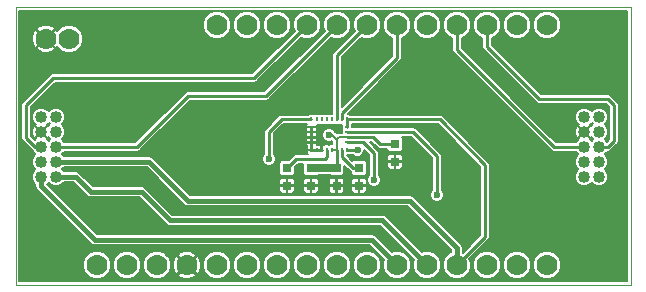
<source format=gbr>
G04 #@! TF.FileFunction,Copper,L1,Top,Signal*
%FSLAX46Y46*%
G04 Gerber Fmt 4.6, Leading zero omitted, Abs format (unit mm)*
G04 Created by KiCad (PCBNEW 4.0.3-stable) date 10/04/17 18:30:16*
%MOMM*%
%LPD*%
G01*
G04 APERTURE LIST*
%ADD10C,0.152400*%
%ADD11C,0.025400*%
%ADD12C,1.778000*%
%ADD13C,0.600000*%
%ADD14R,0.750000X0.800000*%
%ADD15R,0.230000X0.350000*%
%ADD16R,0.350000X0.230000*%
%ADD17C,1.016000*%
%ADD18C,0.228600*%
%ADD19C,0.635000*%
%ADD20C,0.203200*%
%ADD21C,0.381000*%
G04 APERTURE END LIST*
D10*
D11*
X200025000Y-81915000D02*
X147955000Y-81915000D01*
X200025000Y-105410000D02*
X200025000Y-81915000D01*
X147955000Y-105410000D02*
X200025000Y-105410000D01*
X147955000Y-81915000D02*
X147955000Y-105410000D01*
D12*
X154851100Y-103733600D03*
X157391100Y-103733600D03*
X159931100Y-103733600D03*
X162471100Y-103733600D03*
X165011100Y-103733600D03*
X167551100Y-103733600D03*
X170091100Y-103733600D03*
X172631100Y-103733600D03*
X175171100Y-103733600D03*
X177711100Y-103733600D03*
X180251100Y-103733600D03*
X182791100Y-103733600D03*
X185331100Y-103733600D03*
X187871100Y-103733600D03*
X190411100Y-103733600D03*
X192951100Y-103733600D03*
X192951100Y-83413600D03*
X190411100Y-83413600D03*
X187871100Y-83413600D03*
X185331100Y-83413600D03*
X182791100Y-83413600D03*
X180251100Y-83413600D03*
X177711100Y-83413600D03*
X175171100Y-83413600D03*
X172631100Y-83413600D03*
X170091100Y-83413600D03*
X167551100Y-83413600D03*
X165011100Y-83413600D03*
D13*
X192659000Y-87757000D03*
X184404000Y-90297000D03*
X198628000Y-85471000D03*
X198247000Y-103632000D03*
X199009000Y-94234000D03*
X198755000Y-99441000D03*
X186880500Y-91376500D03*
X188404500Y-87185500D03*
X198628000Y-83439000D03*
X183134000Y-85471000D03*
X171704000Y-90043000D03*
X165671500Y-100774500D03*
X151384000Y-104648000D03*
X165100000Y-92710000D03*
X163068000Y-83185000D03*
X163068000Y-85217000D03*
X188849000Y-93408500D03*
X188785500Y-92075000D03*
X183515000Y-92710000D03*
X196342000Y-85598000D03*
X196405500Y-83439000D03*
X194500500Y-85852000D03*
X192595500Y-85852000D03*
X190627000Y-85852000D03*
X178689000Y-90297000D03*
X186944000Y-85598000D03*
X194437000Y-90678000D03*
X192024000Y-90805000D03*
X194437000Y-92456000D03*
X190881000Y-93345000D03*
X195961000Y-103505000D03*
X198247000Y-101600000D03*
X195961000Y-101600000D03*
X193548000Y-101600000D03*
X190944500Y-101600000D03*
X153352500Y-102235000D03*
X160655000Y-92710000D03*
X153797000Y-82677000D03*
X152273000Y-88646000D03*
X149542500Y-87693500D03*
X154686000Y-86868000D03*
X150368000Y-82677000D03*
X168529000Y-85725000D03*
X166497000Y-86741000D03*
X170815000Y-86487000D03*
X169418000Y-87884000D03*
X166497000Y-88646000D03*
X163703000Y-88646000D03*
X157226000Y-88646000D03*
X154940000Y-88646000D03*
X160909000Y-88900000D03*
X159512000Y-90297000D03*
X174244000Y-85598000D03*
X173355000Y-87122000D03*
X163830000Y-90805000D03*
X177927000Y-85344000D03*
X177927000Y-86741000D03*
X176276000Y-86741000D03*
X181102000Y-87185500D03*
X185864500Y-87376000D03*
X183134000Y-87185500D03*
X181864000Y-90297000D03*
X194437000Y-95123000D03*
X192786000Y-95123000D03*
X190881000Y-95123000D03*
X188849000Y-95123000D03*
X185229500Y-94805500D03*
X181864000Y-95123000D03*
X185928000Y-100076000D03*
X194437000Y-97155000D03*
X192659000Y-97155000D03*
X190881000Y-97155000D03*
X188976000Y-97155000D03*
X195834000Y-99060000D03*
X193548000Y-99060000D03*
X191516000Y-99060000D03*
X189230000Y-99060000D03*
X184023000Y-98933000D03*
X188658500Y-101600000D03*
X185928000Y-97218500D03*
X182118000Y-97409000D03*
X179324000Y-97028000D03*
X163195000Y-92710000D03*
X161925000Y-94615000D03*
X176530000Y-102489000D03*
X173990000Y-102489000D03*
X161163000Y-102489000D03*
X168783000Y-102489000D03*
X179324000Y-101600000D03*
X181102000Y-100203000D03*
X179324000Y-99187000D03*
X175831500Y-99123500D03*
X172720000Y-99123500D03*
X169926000Y-99123500D03*
X167195500Y-99187000D03*
X167005000Y-94615000D03*
X163830000Y-99187000D03*
X160337500Y-97726500D03*
X159131000Y-96520000D03*
X176530000Y-100774500D03*
X173672500Y-100774500D03*
X171069000Y-100774500D03*
X168402000Y-100774500D03*
X165608000Y-96647000D03*
X156527500Y-96329500D03*
X153479500Y-98552000D03*
X149352000Y-104648000D03*
X151384000Y-100901500D03*
X149352000Y-102870000D03*
X149352000Y-100838000D03*
X149352000Y-99060000D03*
X157480000Y-98298000D03*
X151384000Y-102870000D03*
X150939500Y-99123500D03*
X183832500Y-102235000D03*
D14*
X172974000Y-97016000D03*
X172974000Y-95516000D03*
X175133000Y-97016000D03*
X175133000Y-95516000D03*
X177038000Y-95516000D03*
X177038000Y-97016000D03*
X170942000Y-95516000D03*
X170942000Y-97016000D03*
X180086000Y-94984000D03*
X180086000Y-93484000D03*
D15*
X176022000Y-93980000D03*
X173012100Y-93980000D03*
D16*
X176022000Y-93335000D03*
D15*
X176022000Y-91400000D03*
D16*
X173012000Y-92045000D03*
X176022000Y-92905000D03*
X176022000Y-92475000D03*
X176022000Y-92045000D03*
D15*
X175592000Y-91400000D03*
X175162000Y-91400000D03*
X174732000Y-91400000D03*
X174302000Y-91400000D03*
X173872000Y-91400000D03*
X173442000Y-91400000D03*
X173012000Y-91400000D03*
D16*
X173012000Y-92475000D03*
X173012000Y-92905000D03*
X173012000Y-93335000D03*
D15*
X173442000Y-93980000D03*
X173872000Y-93980000D03*
X174302000Y-93980000D03*
X174732000Y-93980000D03*
X175162000Y-93980000D03*
X175592000Y-93980000D03*
D17*
X197358000Y-96266000D03*
X196088000Y-96266000D03*
X197358000Y-94996000D03*
X196088000Y-94996000D03*
X197358000Y-93726000D03*
X196088000Y-93726000D03*
X197358000Y-92456000D03*
X196088000Y-92456000D03*
X197358000Y-91186000D03*
X196088000Y-91186000D03*
X151384000Y-96266000D03*
X150114000Y-96266000D03*
X151384000Y-94996000D03*
X150114000Y-94996000D03*
X151384000Y-93726000D03*
X150114000Y-93726000D03*
X151384000Y-92456000D03*
X150114000Y-92456000D03*
X151384000Y-91186000D03*
X150114000Y-91186000D03*
D12*
X150495000Y-84582000D03*
X152494996Y-84582000D03*
D13*
X166370000Y-90805000D03*
X176911000Y-93980000D03*
X174498000Y-92710000D03*
X169418000Y-94742000D03*
X178308000Y-96520000D03*
X183642000Y-97790000D03*
D18*
X173872000Y-93980000D02*
X173442000Y-93980000D01*
X173012100Y-93980000D02*
X173442000Y-93980000D01*
X173012000Y-93335000D02*
X173012000Y-93979900D01*
X173012000Y-93979900D02*
X173012100Y-93980000D01*
X173012000Y-92905000D02*
X173012000Y-93335000D01*
X173012000Y-92045000D02*
X173012000Y-92475000D01*
X173012000Y-92475000D02*
X173012000Y-92905000D01*
X176022000Y-93980000D02*
X176911000Y-93980000D01*
X175162000Y-93980000D02*
X175162000Y-95487000D01*
X175162000Y-95487000D02*
X175133000Y-95516000D01*
D19*
X172974000Y-95516000D02*
X175133000Y-95516000D01*
D20*
X174498000Y-92710000D02*
X174752000Y-92710000D01*
X174752000Y-92710000D02*
X175162000Y-93120000D01*
X175162000Y-93980000D02*
X174732000Y-93980000D01*
X176022000Y-92905000D02*
X175319000Y-92905000D01*
X175319000Y-92905000D02*
X175162000Y-93062000D01*
X175162000Y-93062000D02*
X175162000Y-93120000D01*
X175162000Y-93120000D02*
X175162000Y-93980000D01*
D18*
X176022000Y-92905000D02*
X178249000Y-92905000D01*
X178828000Y-93484000D02*
X180086000Y-93484000D01*
X178249000Y-92905000D02*
X178828000Y-93484000D01*
X175592000Y-93980000D02*
X175592000Y-94566000D01*
X176542000Y-95516000D02*
X177038000Y-95516000D01*
X175592000Y-94566000D02*
X176542000Y-95516000D01*
X174302000Y-93980000D02*
X174302000Y-94557000D01*
X171716000Y-94742000D02*
X170942000Y-95516000D01*
X174117000Y-94742000D02*
X171716000Y-94742000D01*
X174302000Y-94557000D02*
X174117000Y-94742000D01*
X170474000Y-91400000D02*
X173012000Y-91400000D01*
X169418000Y-92456000D02*
X170474000Y-91400000D01*
X169418000Y-94742000D02*
X169418000Y-92456000D01*
D21*
X150114000Y-96266000D02*
X150114000Y-97028000D01*
X150114000Y-97028000D02*
X154686000Y-101600000D01*
X154686000Y-101600000D02*
X178117500Y-101600000D01*
X178117500Y-101600000D02*
X180251100Y-103733600D01*
D18*
X176022000Y-93335000D02*
X177409000Y-93335000D01*
X178308000Y-94234000D02*
X178308000Y-96520000D01*
X177409000Y-93335000D02*
X178308000Y-94234000D01*
X180251100Y-103733600D02*
X180492400Y-103733600D01*
X176022000Y-92475000D02*
X181629000Y-92475000D01*
X183642000Y-94488000D02*
X183642000Y-97790000D01*
X181629000Y-92475000D02*
X183642000Y-94488000D01*
D21*
X151384000Y-96266000D02*
X153035000Y-96266000D01*
X179006500Y-99949000D02*
X182791100Y-103733600D01*
X161036000Y-99949000D02*
X179006500Y-99949000D01*
X158623000Y-97536000D02*
X161036000Y-99949000D01*
X154305000Y-97536000D02*
X158623000Y-97536000D01*
X153035000Y-96266000D02*
X154305000Y-97536000D01*
X182791100Y-103733600D02*
X182791100Y-103670100D01*
D18*
X182791100Y-103733600D02*
X182791100Y-103466900D01*
D21*
X181356000Y-98298000D02*
X162560000Y-98298000D01*
X162560000Y-98298000D02*
X161798000Y-97536000D01*
X181356000Y-98298000D02*
X181610000Y-98552000D01*
X151384000Y-94996000D02*
X159258000Y-94996000D01*
X159258000Y-94996000D02*
X161798000Y-97536000D01*
X185331100Y-102273100D02*
X185331100Y-103733600D01*
X181610000Y-98552000D02*
X185331100Y-102273100D01*
D18*
X176022000Y-91400000D02*
X183856000Y-91400000D01*
X187706000Y-101358700D02*
X185331100Y-103733600D01*
X187706000Y-95250000D02*
X187706000Y-101358700D01*
X183856000Y-91400000D02*
X187706000Y-95250000D01*
X176022000Y-92045000D02*
X176022000Y-91400000D01*
X185331100Y-103733600D02*
X185572400Y-103733600D01*
X175162000Y-91400000D02*
X175162000Y-85962700D01*
X175162000Y-85962700D02*
X177711100Y-83413600D01*
X175592000Y-91400000D02*
X175592000Y-90854000D01*
X180251100Y-86194900D02*
X180251100Y-83413600D01*
X175592000Y-90854000D02*
X180251100Y-86194900D01*
X187871100Y-83413600D02*
X187871100Y-85255100D01*
X198120000Y-93726000D02*
X197358000Y-93726000D01*
X198628000Y-93218000D02*
X198120000Y-93726000D01*
X198628000Y-90170000D02*
X198628000Y-93218000D01*
X198120000Y-89662000D02*
X198628000Y-90170000D01*
X192278000Y-89662000D02*
X198120000Y-89662000D01*
X187871100Y-85255100D02*
X192278000Y-89662000D01*
X185331100Y-83413600D02*
X185331100Y-85509100D01*
X193548000Y-93726000D02*
X196088000Y-93726000D01*
X185331100Y-85509100D02*
X193548000Y-93726000D01*
X151384000Y-93726000D02*
X158242000Y-93726000D01*
X169176700Y-89408000D02*
X175171100Y-83413600D01*
X162560000Y-89408000D02*
X169176700Y-89408000D01*
X158242000Y-93726000D02*
X162560000Y-89408000D01*
X149606000Y-93726000D02*
X148844000Y-92964000D01*
X168160700Y-87884000D02*
X172631100Y-83413600D01*
X151130000Y-87884000D02*
X168160700Y-87884000D01*
X148844000Y-90170000D02*
X151130000Y-87884000D01*
X148844000Y-92964000D02*
X148844000Y-90170000D01*
X150114000Y-93726000D02*
X149606000Y-93726000D01*
D10*
G36*
X199732900Y-105117900D02*
X148247100Y-105117900D01*
X148247100Y-103964989D01*
X153682498Y-103964989D01*
X153860001Y-104394581D01*
X154188391Y-104723543D01*
X154617671Y-104901796D01*
X155082489Y-104902202D01*
X155512081Y-104724699D01*
X155841043Y-104396309D01*
X156019296Y-103967029D01*
X156019297Y-103964989D01*
X156222498Y-103964989D01*
X156400001Y-104394581D01*
X156728391Y-104723543D01*
X157157671Y-104901796D01*
X157622489Y-104902202D01*
X158052081Y-104724699D01*
X158381043Y-104396309D01*
X158559296Y-103967029D01*
X158559297Y-103964989D01*
X158762498Y-103964989D01*
X158940001Y-104394581D01*
X159268391Y-104723543D01*
X159697671Y-104901796D01*
X160162489Y-104902202D01*
X160592081Y-104724699D01*
X160772759Y-104544335D01*
X161696286Y-104544335D01*
X161791586Y-104712084D01*
X162217761Y-104897641D01*
X162682504Y-104905982D01*
X163115063Y-104735838D01*
X163150614Y-104712084D01*
X163245914Y-104544335D01*
X162471100Y-103769521D01*
X161696286Y-104544335D01*
X160772759Y-104544335D01*
X160921043Y-104396309D01*
X161099296Y-103967029D01*
X161099315Y-103945004D01*
X161298718Y-103945004D01*
X161468862Y-104377563D01*
X161492616Y-104413114D01*
X161660365Y-104508414D01*
X162435179Y-103733600D01*
X162507021Y-103733600D01*
X163281835Y-104508414D01*
X163449584Y-104413114D01*
X163635141Y-103986939D01*
X163635534Y-103964989D01*
X163842498Y-103964989D01*
X164020001Y-104394581D01*
X164348391Y-104723543D01*
X164777671Y-104901796D01*
X165242489Y-104902202D01*
X165672081Y-104724699D01*
X166001043Y-104396309D01*
X166179296Y-103967029D01*
X166179297Y-103964989D01*
X166382498Y-103964989D01*
X166560001Y-104394581D01*
X166888391Y-104723543D01*
X167317671Y-104901796D01*
X167782489Y-104902202D01*
X168212081Y-104724699D01*
X168541043Y-104396309D01*
X168719296Y-103967029D01*
X168719297Y-103964989D01*
X168922498Y-103964989D01*
X169100001Y-104394581D01*
X169428391Y-104723543D01*
X169857671Y-104901796D01*
X170322489Y-104902202D01*
X170752081Y-104724699D01*
X171081043Y-104396309D01*
X171259296Y-103967029D01*
X171259297Y-103964989D01*
X171462498Y-103964989D01*
X171640001Y-104394581D01*
X171968391Y-104723543D01*
X172397671Y-104901796D01*
X172862489Y-104902202D01*
X173292081Y-104724699D01*
X173621043Y-104396309D01*
X173799296Y-103967029D01*
X173799297Y-103964989D01*
X174002498Y-103964989D01*
X174180001Y-104394581D01*
X174508391Y-104723543D01*
X174937671Y-104901796D01*
X175402489Y-104902202D01*
X175832081Y-104724699D01*
X176161043Y-104396309D01*
X176339296Y-103967029D01*
X176339297Y-103964989D01*
X176542498Y-103964989D01*
X176720001Y-104394581D01*
X177048391Y-104723543D01*
X177477671Y-104901796D01*
X177942489Y-104902202D01*
X178372081Y-104724699D01*
X178701043Y-104396309D01*
X178879296Y-103967029D01*
X178879702Y-103502211D01*
X178702199Y-103072619D01*
X178373809Y-102743657D01*
X177944529Y-102565404D01*
X177479711Y-102564998D01*
X177050119Y-102742501D01*
X176721157Y-103070891D01*
X176542904Y-103500171D01*
X176542498Y-103964989D01*
X176339297Y-103964989D01*
X176339702Y-103502211D01*
X176162199Y-103072619D01*
X175833809Y-102743657D01*
X175404529Y-102565404D01*
X174939711Y-102564998D01*
X174510119Y-102742501D01*
X174181157Y-103070891D01*
X174002904Y-103500171D01*
X174002498Y-103964989D01*
X173799297Y-103964989D01*
X173799702Y-103502211D01*
X173622199Y-103072619D01*
X173293809Y-102743657D01*
X172864529Y-102565404D01*
X172399711Y-102564998D01*
X171970119Y-102742501D01*
X171641157Y-103070891D01*
X171462904Y-103500171D01*
X171462498Y-103964989D01*
X171259297Y-103964989D01*
X171259702Y-103502211D01*
X171082199Y-103072619D01*
X170753809Y-102743657D01*
X170324529Y-102565404D01*
X169859711Y-102564998D01*
X169430119Y-102742501D01*
X169101157Y-103070891D01*
X168922904Y-103500171D01*
X168922498Y-103964989D01*
X168719297Y-103964989D01*
X168719702Y-103502211D01*
X168542199Y-103072619D01*
X168213809Y-102743657D01*
X167784529Y-102565404D01*
X167319711Y-102564998D01*
X166890119Y-102742501D01*
X166561157Y-103070891D01*
X166382904Y-103500171D01*
X166382498Y-103964989D01*
X166179297Y-103964989D01*
X166179702Y-103502211D01*
X166002199Y-103072619D01*
X165673809Y-102743657D01*
X165244529Y-102565404D01*
X164779711Y-102564998D01*
X164350119Y-102742501D01*
X164021157Y-103070891D01*
X163842904Y-103500171D01*
X163842498Y-103964989D01*
X163635534Y-103964989D01*
X163643482Y-103522196D01*
X163473338Y-103089637D01*
X163449584Y-103054086D01*
X163281835Y-102958786D01*
X162507021Y-103733600D01*
X162435179Y-103733600D01*
X161660365Y-102958786D01*
X161492616Y-103054086D01*
X161307059Y-103480261D01*
X161298718Y-103945004D01*
X161099315Y-103945004D01*
X161099702Y-103502211D01*
X160922199Y-103072619D01*
X160772706Y-102922865D01*
X161696286Y-102922865D01*
X162471100Y-103697679D01*
X163245914Y-102922865D01*
X163150614Y-102755116D01*
X162724439Y-102569559D01*
X162259696Y-102561218D01*
X161827137Y-102731362D01*
X161791586Y-102755116D01*
X161696286Y-102922865D01*
X160772706Y-102922865D01*
X160593809Y-102743657D01*
X160164529Y-102565404D01*
X159699711Y-102564998D01*
X159270119Y-102742501D01*
X158941157Y-103070891D01*
X158762904Y-103500171D01*
X158762498Y-103964989D01*
X158559297Y-103964989D01*
X158559702Y-103502211D01*
X158382199Y-103072619D01*
X158053809Y-102743657D01*
X157624529Y-102565404D01*
X157159711Y-102564998D01*
X156730119Y-102742501D01*
X156401157Y-103070891D01*
X156222904Y-103500171D01*
X156222498Y-103964989D01*
X156019297Y-103964989D01*
X156019702Y-103502211D01*
X155842199Y-103072619D01*
X155513809Y-102743657D01*
X155084529Y-102565404D01*
X154619711Y-102564998D01*
X154190119Y-102742501D01*
X153861157Y-103070891D01*
X153682904Y-103500171D01*
X153682498Y-103964989D01*
X148247100Y-103964989D01*
X148247100Y-90170000D01*
X148450300Y-90170000D01*
X148450300Y-92964000D01*
X148480269Y-93114663D01*
X148565612Y-93242388D01*
X149327612Y-94004388D01*
X149395918Y-94050028D01*
X149446086Y-94171444D01*
X149635448Y-94361137D01*
X149446864Y-94549391D01*
X149326737Y-94838689D01*
X149326464Y-95151936D01*
X149446086Y-95441444D01*
X149635448Y-95631137D01*
X149446864Y-95819391D01*
X149326737Y-96108689D01*
X149326464Y-96421936D01*
X149446086Y-96711444D01*
X149644100Y-96909804D01*
X149644100Y-97028000D01*
X149679055Y-97203730D01*
X149679869Y-97207823D01*
X149781731Y-97360269D01*
X154353730Y-101932269D01*
X154506177Y-102034131D01*
X154686000Y-102069900D01*
X177922862Y-102069900D01*
X179162190Y-103309229D01*
X179082904Y-103500171D01*
X179082498Y-103964989D01*
X179260001Y-104394581D01*
X179588391Y-104723543D01*
X180017671Y-104901796D01*
X180482489Y-104902202D01*
X180912081Y-104724699D01*
X181241043Y-104396309D01*
X181419296Y-103967029D01*
X181419702Y-103502211D01*
X181242199Y-103072619D01*
X180913809Y-102743657D01*
X180484529Y-102565404D01*
X180019711Y-102564998D01*
X179826761Y-102644723D01*
X178449769Y-101267731D01*
X178297323Y-101165869D01*
X178117500Y-101130100D01*
X154880639Y-101130100D01*
X150622003Y-96871465D01*
X150749137Y-96744552D01*
X150937391Y-96933136D01*
X151226689Y-97053263D01*
X151539936Y-97053536D01*
X151829444Y-96933914D01*
X152027804Y-96735900D01*
X152840362Y-96735900D01*
X153972730Y-97868269D01*
X154027319Y-97904744D01*
X154125177Y-97970131D01*
X154305000Y-98005900D01*
X158428362Y-98005900D01*
X160703730Y-100281269D01*
X160856177Y-100383131D01*
X161036000Y-100418900D01*
X178811862Y-100418900D01*
X181702190Y-103309229D01*
X181622904Y-103500171D01*
X181622498Y-103964989D01*
X181800001Y-104394581D01*
X182128391Y-104723543D01*
X182557671Y-104901796D01*
X183022489Y-104902202D01*
X183452081Y-104724699D01*
X183781043Y-104396309D01*
X183959296Y-103967029D01*
X183959702Y-103502211D01*
X183782199Y-103072619D01*
X183453809Y-102743657D01*
X183024529Y-102565404D01*
X182559711Y-102564998D01*
X182366762Y-102644723D01*
X179338769Y-99616731D01*
X179186323Y-99514869D01*
X179006500Y-99479100D01*
X161230639Y-99479100D01*
X158955269Y-97203731D01*
X158802823Y-97101869D01*
X158790913Y-97099500D01*
X158623000Y-97066100D01*
X154499639Y-97066100D01*
X153367269Y-95933731D01*
X153214823Y-95831869D01*
X153035000Y-95796100D01*
X152027501Y-95796100D01*
X151862552Y-95630863D01*
X152027804Y-95465900D01*
X159063362Y-95465900D01*
X161465730Y-97868269D01*
X161465733Y-97868271D01*
X162227731Y-98630270D01*
X162379716Y-98731823D01*
X162380177Y-98732131D01*
X162560000Y-98767900D01*
X181161361Y-98767900D01*
X181277730Y-98884269D01*
X181277733Y-98884271D01*
X184861200Y-102467739D01*
X184861200Y-102663548D01*
X184670119Y-102742501D01*
X184341157Y-103070891D01*
X184162904Y-103500171D01*
X184162498Y-103964989D01*
X184340001Y-104394581D01*
X184668391Y-104723543D01*
X185097671Y-104901796D01*
X185562489Y-104902202D01*
X185992081Y-104724699D01*
X186321043Y-104396309D01*
X186499296Y-103967029D01*
X186499297Y-103964989D01*
X186702498Y-103964989D01*
X186880001Y-104394581D01*
X187208391Y-104723543D01*
X187637671Y-104901796D01*
X188102489Y-104902202D01*
X188532081Y-104724699D01*
X188861043Y-104396309D01*
X189039296Y-103967029D01*
X189039297Y-103964989D01*
X189242498Y-103964989D01*
X189420001Y-104394581D01*
X189748391Y-104723543D01*
X190177671Y-104901796D01*
X190642489Y-104902202D01*
X191072081Y-104724699D01*
X191401043Y-104396309D01*
X191579296Y-103967029D01*
X191579297Y-103964989D01*
X191782498Y-103964989D01*
X191960001Y-104394581D01*
X192288391Y-104723543D01*
X192717671Y-104901796D01*
X193182489Y-104902202D01*
X193612081Y-104724699D01*
X193941043Y-104396309D01*
X194119296Y-103967029D01*
X194119702Y-103502211D01*
X193942199Y-103072619D01*
X193613809Y-102743657D01*
X193184529Y-102565404D01*
X192719711Y-102564998D01*
X192290119Y-102742501D01*
X191961157Y-103070891D01*
X191782904Y-103500171D01*
X191782498Y-103964989D01*
X191579297Y-103964989D01*
X191579702Y-103502211D01*
X191402199Y-103072619D01*
X191073809Y-102743657D01*
X190644529Y-102565404D01*
X190179711Y-102564998D01*
X189750119Y-102742501D01*
X189421157Y-103070891D01*
X189242904Y-103500171D01*
X189242498Y-103964989D01*
X189039297Y-103964989D01*
X189039702Y-103502211D01*
X188862199Y-103072619D01*
X188533809Y-102743657D01*
X188104529Y-102565404D01*
X187639711Y-102564998D01*
X187210119Y-102742501D01*
X186881157Y-103070891D01*
X186702904Y-103500171D01*
X186702498Y-103964989D01*
X186499297Y-103964989D01*
X186499702Y-103502211D01*
X186388469Y-103233007D01*
X187984388Y-101637088D01*
X188069731Y-101509362D01*
X188099700Y-101358700D01*
X188099700Y-95250000D01*
X188074491Y-95123269D01*
X188069731Y-95099337D01*
X187984388Y-94971612D01*
X184134388Y-91121612D01*
X184006663Y-91036269D01*
X183856000Y-91006300D01*
X176311831Y-91006300D01*
X176247832Y-90962571D01*
X176137000Y-90940127D01*
X176062649Y-90940127D01*
X180529488Y-86473288D01*
X180614830Y-86345563D01*
X180614831Y-86345562D01*
X180644800Y-86194900D01*
X180644800Y-84515137D01*
X180912081Y-84404699D01*
X181241043Y-84076309D01*
X181419296Y-83647029D01*
X181419297Y-83644989D01*
X181622498Y-83644989D01*
X181800001Y-84074581D01*
X182128391Y-84403543D01*
X182557671Y-84581796D01*
X183022489Y-84582202D01*
X183452081Y-84404699D01*
X183781043Y-84076309D01*
X183959296Y-83647029D01*
X183959297Y-83644989D01*
X184162498Y-83644989D01*
X184340001Y-84074581D01*
X184668391Y-84403543D01*
X184937400Y-84515246D01*
X184937400Y-85509100D01*
X184967369Y-85659763D01*
X185052712Y-85787488D01*
X193269612Y-94004388D01*
X193397338Y-94089731D01*
X193548000Y-94119700D01*
X195398706Y-94119700D01*
X195420086Y-94171444D01*
X195609448Y-94361137D01*
X195420864Y-94549391D01*
X195300737Y-94838689D01*
X195300464Y-95151936D01*
X195420086Y-95441444D01*
X195609448Y-95631137D01*
X195420864Y-95819391D01*
X195300737Y-96108689D01*
X195300464Y-96421936D01*
X195420086Y-96711444D01*
X195641391Y-96933136D01*
X195930689Y-97053263D01*
X196243936Y-97053536D01*
X196533444Y-96933914D01*
X196723137Y-96744552D01*
X196911391Y-96933136D01*
X197200689Y-97053263D01*
X197513936Y-97053536D01*
X197803444Y-96933914D01*
X198025136Y-96712609D01*
X198145263Y-96423311D01*
X198145536Y-96110064D01*
X198025914Y-95820556D01*
X197836552Y-95630863D01*
X198025136Y-95442609D01*
X198145263Y-95153311D01*
X198145536Y-94840064D01*
X198025914Y-94550556D01*
X197836552Y-94360863D01*
X198025136Y-94172609D01*
X198047106Y-94119700D01*
X198120000Y-94119700D01*
X198270663Y-94089731D01*
X198398388Y-94004388D01*
X198906388Y-93496388D01*
X198942060Y-93443000D01*
X198991731Y-93368662D01*
X199021700Y-93218000D01*
X199021700Y-90170000D01*
X198991731Y-90019338D01*
X198906388Y-89891612D01*
X198398388Y-89383612D01*
X198270663Y-89298269D01*
X198120000Y-89268300D01*
X192441076Y-89268300D01*
X188264800Y-85092024D01*
X188264800Y-84515137D01*
X188532081Y-84404699D01*
X188861043Y-84076309D01*
X189039296Y-83647029D01*
X189039297Y-83644989D01*
X189242498Y-83644989D01*
X189420001Y-84074581D01*
X189748391Y-84403543D01*
X190177671Y-84581796D01*
X190642489Y-84582202D01*
X191072081Y-84404699D01*
X191401043Y-84076309D01*
X191579296Y-83647029D01*
X191579297Y-83644989D01*
X191782498Y-83644989D01*
X191960001Y-84074581D01*
X192288391Y-84403543D01*
X192717671Y-84581796D01*
X193182489Y-84582202D01*
X193612081Y-84404699D01*
X193941043Y-84076309D01*
X194119296Y-83647029D01*
X194119702Y-83182211D01*
X193942199Y-82752619D01*
X193613809Y-82423657D01*
X193184529Y-82245404D01*
X192719711Y-82244998D01*
X192290119Y-82422501D01*
X191961157Y-82750891D01*
X191782904Y-83180171D01*
X191782498Y-83644989D01*
X191579297Y-83644989D01*
X191579702Y-83182211D01*
X191402199Y-82752619D01*
X191073809Y-82423657D01*
X190644529Y-82245404D01*
X190179711Y-82244998D01*
X189750119Y-82422501D01*
X189421157Y-82750891D01*
X189242904Y-83180171D01*
X189242498Y-83644989D01*
X189039297Y-83644989D01*
X189039702Y-83182211D01*
X188862199Y-82752619D01*
X188533809Y-82423657D01*
X188104529Y-82245404D01*
X187639711Y-82244998D01*
X187210119Y-82422501D01*
X186881157Y-82750891D01*
X186702904Y-83180171D01*
X186702498Y-83644989D01*
X186880001Y-84074581D01*
X187208391Y-84403543D01*
X187477400Y-84515246D01*
X187477400Y-85255100D01*
X187507369Y-85405763D01*
X187592712Y-85533488D01*
X191999612Y-89940388D01*
X192127338Y-90025731D01*
X192278000Y-90055700D01*
X197956924Y-90055700D01*
X198234300Y-90333076D01*
X198234300Y-93054924D01*
X198017299Y-93271925D01*
X197836552Y-93090863D01*
X198025136Y-92902609D01*
X198145263Y-92613311D01*
X198145536Y-92300064D01*
X198025914Y-92010556D01*
X197836552Y-91820863D01*
X198025136Y-91632609D01*
X198145263Y-91343311D01*
X198145536Y-91030064D01*
X198025914Y-90740556D01*
X197804609Y-90518864D01*
X197515311Y-90398737D01*
X197202064Y-90398464D01*
X196912556Y-90518086D01*
X196722863Y-90707448D01*
X196534609Y-90518864D01*
X196245311Y-90398737D01*
X195932064Y-90398464D01*
X195642556Y-90518086D01*
X195420864Y-90739391D01*
X195300737Y-91028689D01*
X195300464Y-91341936D01*
X195420086Y-91631444D01*
X195621230Y-91832940D01*
X195587979Y-91920058D01*
X196088000Y-92420079D01*
X196588021Y-91920058D01*
X196554683Y-91832712D01*
X196723137Y-91664552D01*
X196879448Y-91821137D01*
X196711060Y-91989230D01*
X196623942Y-91955979D01*
X196123921Y-92456000D01*
X196623942Y-92956021D01*
X196711288Y-92922683D01*
X196879448Y-93091137D01*
X196722863Y-93247448D01*
X196554770Y-93079060D01*
X196588021Y-92991942D01*
X196088000Y-92491921D01*
X195587979Y-92991942D01*
X195621317Y-93079288D01*
X195420864Y-93279391D01*
X195398894Y-93332300D01*
X193711076Y-93332300D01*
X192985390Y-92606614D01*
X195299429Y-92606614D01*
X195417093Y-92896922D01*
X195423896Y-92907104D01*
X195552058Y-92956021D01*
X196052079Y-92456000D01*
X195552058Y-91955979D01*
X195423896Y-92004896D01*
X195301818Y-92293376D01*
X195299429Y-92606614D01*
X192985390Y-92606614D01*
X185724800Y-85346024D01*
X185724800Y-84515137D01*
X185992081Y-84404699D01*
X186321043Y-84076309D01*
X186499296Y-83647029D01*
X186499702Y-83182211D01*
X186322199Y-82752619D01*
X185993809Y-82423657D01*
X185564529Y-82245404D01*
X185099711Y-82244998D01*
X184670119Y-82422501D01*
X184341157Y-82750891D01*
X184162904Y-83180171D01*
X184162498Y-83644989D01*
X183959297Y-83644989D01*
X183959702Y-83182211D01*
X183782199Y-82752619D01*
X183453809Y-82423657D01*
X183024529Y-82245404D01*
X182559711Y-82244998D01*
X182130119Y-82422501D01*
X181801157Y-82750891D01*
X181622904Y-83180171D01*
X181622498Y-83644989D01*
X181419297Y-83644989D01*
X181419702Y-83182211D01*
X181242199Y-82752619D01*
X180913809Y-82423657D01*
X180484529Y-82245404D01*
X180019711Y-82244998D01*
X179590119Y-82422501D01*
X179261157Y-82750891D01*
X179082904Y-83180171D01*
X179082498Y-83644989D01*
X179260001Y-84074581D01*
X179588391Y-84403543D01*
X179857400Y-84515246D01*
X179857400Y-86031824D01*
X175555700Y-90333524D01*
X175555700Y-86125776D01*
X177210584Y-84470892D01*
X177477671Y-84581796D01*
X177942489Y-84582202D01*
X178372081Y-84404699D01*
X178701043Y-84076309D01*
X178879296Y-83647029D01*
X178879702Y-83182211D01*
X178702199Y-82752619D01*
X178373809Y-82423657D01*
X177944529Y-82245404D01*
X177479711Y-82244998D01*
X177050119Y-82422501D01*
X176721157Y-82750891D01*
X176542904Y-83180171D01*
X176542498Y-83644989D01*
X176653731Y-83914193D01*
X174883612Y-85684312D01*
X174798269Y-85812037D01*
X174768300Y-85962700D01*
X174768300Y-90940127D01*
X174617000Y-90940127D01*
X174513461Y-90959609D01*
X174513400Y-90959648D01*
X174417000Y-90940127D01*
X174187000Y-90940127D01*
X174083461Y-90959609D01*
X174083400Y-90959648D01*
X173987000Y-90940127D01*
X173757000Y-90940127D01*
X173653461Y-90959609D01*
X173653400Y-90959648D01*
X173557000Y-90940127D01*
X173327000Y-90940127D01*
X173223461Y-90959609D01*
X173223400Y-90959648D01*
X173127000Y-90940127D01*
X172897000Y-90940127D01*
X172793461Y-90959609D01*
X172720901Y-91006300D01*
X170474000Y-91006300D01*
X170323338Y-91036269D01*
X170195612Y-91121612D01*
X169139612Y-92177612D01*
X169054269Y-92305337D01*
X169031445Y-92420079D01*
X169024300Y-92456000D01*
X169024300Y-94316332D01*
X168927095Y-94413368D01*
X168838701Y-94626245D01*
X168838500Y-94856744D01*
X168926522Y-95069775D01*
X169089368Y-95232905D01*
X169302245Y-95321299D01*
X169532744Y-95321500D01*
X169745775Y-95233478D01*
X169908905Y-95070632D01*
X169997299Y-94857755D01*
X169997500Y-94627256D01*
X169909478Y-94414225D01*
X169811700Y-94316276D01*
X169811700Y-93430250D01*
X172557600Y-93430250D01*
X172557600Y-93505576D01*
X172600136Y-93608267D01*
X172653900Y-93662031D01*
X172617700Y-93749424D01*
X172617700Y-93884750D01*
X172687550Y-93954600D01*
X172986700Y-93954600D01*
X172986700Y-93595450D01*
X172986600Y-93595350D01*
X172986600Y-93360400D01*
X173037400Y-93360400D01*
X173037400Y-93659550D01*
X173037500Y-93659650D01*
X173037500Y-93954600D01*
X173416600Y-93954600D01*
X173416600Y-93934600D01*
X173467400Y-93934600D01*
X173467400Y-93954600D01*
X173846600Y-93954600D01*
X173846600Y-93595450D01*
X173776750Y-93525600D01*
X173701424Y-93525600D01*
X173657000Y-93544001D01*
X173612576Y-93525600D01*
X173537250Y-93525600D01*
X173467402Y-93595448D01*
X173467402Y-93525600D01*
X173458106Y-93525600D01*
X173466400Y-93505576D01*
X173466400Y-93430250D01*
X173396550Y-93360400D01*
X173037400Y-93360400D01*
X172986600Y-93360400D01*
X172627450Y-93360400D01*
X172557600Y-93430250D01*
X169811700Y-93430250D01*
X169811700Y-93000250D01*
X172557600Y-93000250D01*
X172557600Y-93075576D01*
X172576001Y-93120000D01*
X172557600Y-93164424D01*
X172557600Y-93239750D01*
X172627450Y-93309600D01*
X172986600Y-93309600D01*
X172986600Y-92930400D01*
X173037400Y-92930400D01*
X173037400Y-93309600D01*
X173396550Y-93309600D01*
X173466400Y-93239750D01*
X173466400Y-93164424D01*
X173447999Y-93120000D01*
X173466400Y-93075576D01*
X173466400Y-93000250D01*
X173396550Y-92930400D01*
X173037400Y-92930400D01*
X172986600Y-92930400D01*
X172627450Y-92930400D01*
X172557600Y-93000250D01*
X169811700Y-93000250D01*
X169811700Y-92619076D01*
X169860526Y-92570250D01*
X172557600Y-92570250D01*
X172557600Y-92645576D01*
X172576001Y-92690000D01*
X172557600Y-92734424D01*
X172557600Y-92809750D01*
X172627450Y-92879600D01*
X172986600Y-92879600D01*
X172986600Y-92500400D01*
X173037400Y-92500400D01*
X173037400Y-92879600D01*
X173396550Y-92879600D01*
X173466400Y-92809750D01*
X173466400Y-92734424D01*
X173447999Y-92690000D01*
X173466400Y-92645576D01*
X173466400Y-92570250D01*
X173396550Y-92500400D01*
X173037400Y-92500400D01*
X172986600Y-92500400D01*
X172627450Y-92500400D01*
X172557600Y-92570250D01*
X169860526Y-92570250D01*
X170290526Y-92140250D01*
X172557600Y-92140250D01*
X172557600Y-92215576D01*
X172576001Y-92260000D01*
X172557600Y-92304424D01*
X172557600Y-92379750D01*
X172627450Y-92449600D01*
X172986600Y-92449600D01*
X172986600Y-92070400D01*
X173037400Y-92070400D01*
X173037400Y-92449600D01*
X173396550Y-92449600D01*
X173466400Y-92379750D01*
X173466400Y-92304424D01*
X173447999Y-92260000D01*
X173466400Y-92215576D01*
X173466400Y-92140250D01*
X173396550Y-92070400D01*
X173037400Y-92070400D01*
X172986600Y-92070400D01*
X172627450Y-92070400D01*
X172557600Y-92140250D01*
X170290526Y-92140250D01*
X170637076Y-91793700D01*
X172591037Y-91793700D01*
X172557600Y-91874424D01*
X172557600Y-91949750D01*
X172627450Y-92019600D01*
X172986600Y-92019600D01*
X172986600Y-91999600D01*
X173037400Y-91999600D01*
X173037400Y-92019600D01*
X173396550Y-92019600D01*
X173466400Y-91949750D01*
X173466400Y-91874424D01*
X173460373Y-91859873D01*
X173557000Y-91859873D01*
X173660539Y-91840391D01*
X173660600Y-91840352D01*
X173757000Y-91859873D01*
X173987000Y-91859873D01*
X174090539Y-91840391D01*
X174090600Y-91840352D01*
X174187000Y-91859873D01*
X174417000Y-91859873D01*
X174520539Y-91840391D01*
X174520600Y-91840352D01*
X174617000Y-91859873D01*
X174847000Y-91859873D01*
X174950539Y-91840391D01*
X174950600Y-91840352D01*
X175047000Y-91859873D01*
X175277000Y-91859873D01*
X175380539Y-91840391D01*
X175380600Y-91840352D01*
X175477000Y-91859873D01*
X175576328Y-91859873D01*
X175562127Y-91930000D01*
X175562127Y-92160000D01*
X175581609Y-92263539D01*
X175581648Y-92263600D01*
X175562127Y-92360000D01*
X175562127Y-92524000D01*
X175319005Y-92524000D01*
X175319000Y-92523999D01*
X175173198Y-92553002D01*
X175149591Y-92568775D01*
X175021408Y-92440592D01*
X175010615Y-92433380D01*
X174989478Y-92382225D01*
X174826632Y-92219095D01*
X174613755Y-92130701D01*
X174383256Y-92130500D01*
X174170225Y-92218522D01*
X174007095Y-92381368D01*
X173918701Y-92594245D01*
X173918500Y-92824744D01*
X174006522Y-93037775D01*
X174169368Y-93200905D01*
X174382245Y-93289299D01*
X174612744Y-93289500D01*
X174740074Y-93236889D01*
X174781000Y-93277815D01*
X174781000Y-93520127D01*
X174617000Y-93520127D01*
X174513461Y-93539609D01*
X174513400Y-93539648D01*
X174417000Y-93520127D01*
X174187000Y-93520127D01*
X174083461Y-93539609D01*
X174080694Y-93541389D01*
X174042576Y-93525600D01*
X173967250Y-93525600D01*
X173897400Y-93595450D01*
X173897400Y-93954600D01*
X173902127Y-93954600D01*
X173902127Y-94005400D01*
X173897400Y-94005400D01*
X173897400Y-94025400D01*
X173846600Y-94025400D01*
X173846600Y-94005400D01*
X173467400Y-94005400D01*
X173467400Y-94025400D01*
X173416600Y-94025400D01*
X173416600Y-94005400D01*
X173037500Y-94005400D01*
X173037500Y-94025400D01*
X172986700Y-94025400D01*
X172986700Y-94005400D01*
X172687550Y-94005400D01*
X172617700Y-94075250D01*
X172617700Y-94210576D01*
X172660236Y-94313267D01*
X172695269Y-94348300D01*
X171716000Y-94348300D01*
X171565337Y-94378269D01*
X171437612Y-94463612D01*
X171070097Y-94831127D01*
X170567000Y-94831127D01*
X170463461Y-94850609D01*
X170368366Y-94911801D01*
X170304571Y-95005168D01*
X170282127Y-95116000D01*
X170282127Y-95916000D01*
X170301609Y-96019539D01*
X170362801Y-96114634D01*
X170456168Y-96178429D01*
X170567000Y-96200873D01*
X171317000Y-96200873D01*
X171420539Y-96181391D01*
X171515634Y-96120199D01*
X171579429Y-96026832D01*
X171601873Y-95916000D01*
X171601873Y-95412903D01*
X171879076Y-95135700D01*
X172314127Y-95135700D01*
X172314127Y-95916000D01*
X172333609Y-96019539D01*
X172394801Y-96114634D01*
X172488168Y-96178429D01*
X172599000Y-96200873D01*
X173349000Y-96200873D01*
X173452539Y-96181391D01*
X173547634Y-96120199D01*
X173552621Y-96112900D01*
X174552685Y-96112900D01*
X174553801Y-96114634D01*
X174647168Y-96178429D01*
X174758000Y-96200873D01*
X175508000Y-96200873D01*
X175611539Y-96181391D01*
X175706634Y-96120199D01*
X175770429Y-96026832D01*
X175792873Y-95916000D01*
X175792873Y-95323649D01*
X176263612Y-95794388D01*
X176378127Y-95870904D01*
X176378127Y-95916000D01*
X176397609Y-96019539D01*
X176458801Y-96114634D01*
X176552168Y-96178429D01*
X176663000Y-96200873D01*
X177413000Y-96200873D01*
X177516539Y-96181391D01*
X177611634Y-96120199D01*
X177675429Y-96026832D01*
X177697873Y-95916000D01*
X177697873Y-95116000D01*
X177678391Y-95012461D01*
X177617199Y-94917366D01*
X177523832Y-94853571D01*
X177413000Y-94831127D01*
X176663000Y-94831127D01*
X176559461Y-94850609D01*
X176482748Y-94899972D01*
X176022649Y-94439873D01*
X176137000Y-94439873D01*
X176240539Y-94420391D01*
X176313099Y-94373700D01*
X176485332Y-94373700D01*
X176582368Y-94470905D01*
X176795245Y-94559299D01*
X177025744Y-94559500D01*
X177238775Y-94471478D01*
X177401905Y-94308632D01*
X177490299Y-94095755D01*
X177490406Y-93973182D01*
X177914300Y-94397076D01*
X177914300Y-96094332D01*
X177817095Y-96191368D01*
X177728701Y-96404245D01*
X177728500Y-96634744D01*
X177816522Y-96847775D01*
X177979368Y-97010905D01*
X178192245Y-97099299D01*
X178422744Y-97099500D01*
X178635775Y-97011478D01*
X178798905Y-96848632D01*
X178887299Y-96635755D01*
X178887500Y-96405256D01*
X178799478Y-96192225D01*
X178701700Y-96094276D01*
X178701700Y-95079250D01*
X179431600Y-95079250D01*
X179431600Y-95439576D01*
X179474136Y-95542267D01*
X179552733Y-95620864D01*
X179655424Y-95663400D01*
X179990750Y-95663400D01*
X180060600Y-95593550D01*
X180060600Y-95009400D01*
X180111400Y-95009400D01*
X180111400Y-95593550D01*
X180181250Y-95663400D01*
X180516576Y-95663400D01*
X180619267Y-95620864D01*
X180697864Y-95542267D01*
X180740400Y-95439576D01*
X180740400Y-95079250D01*
X180670550Y-95009400D01*
X180111400Y-95009400D01*
X180060600Y-95009400D01*
X179501450Y-95009400D01*
X179431600Y-95079250D01*
X178701700Y-95079250D01*
X178701700Y-94528424D01*
X179431600Y-94528424D01*
X179431600Y-94888750D01*
X179501450Y-94958600D01*
X180060600Y-94958600D01*
X180060600Y-94374450D01*
X180111400Y-94374450D01*
X180111400Y-94958600D01*
X180670550Y-94958600D01*
X180740400Y-94888750D01*
X180740400Y-94528424D01*
X180697864Y-94425733D01*
X180619267Y-94347136D01*
X180516576Y-94304600D01*
X180181250Y-94304600D01*
X180111400Y-94374450D01*
X180060600Y-94374450D01*
X179990750Y-94304600D01*
X179655424Y-94304600D01*
X179552733Y-94347136D01*
X179474136Y-94425733D01*
X179431600Y-94528424D01*
X178701700Y-94528424D01*
X178701700Y-94234000D01*
X178696675Y-94208737D01*
X178671731Y-94083337D01*
X178586388Y-93955612D01*
X177929476Y-93298700D01*
X178085924Y-93298700D01*
X178549612Y-93762388D01*
X178677338Y-93847731D01*
X178828000Y-93877700D01*
X179426127Y-93877700D01*
X179426127Y-93884000D01*
X179445609Y-93987539D01*
X179506801Y-94082634D01*
X179600168Y-94146429D01*
X179711000Y-94168873D01*
X180461000Y-94168873D01*
X180564539Y-94149391D01*
X180659634Y-94088199D01*
X180723429Y-93994832D01*
X180745873Y-93884000D01*
X180745873Y-93084000D01*
X180726391Y-92980461D01*
X180665199Y-92885366D01*
X180640808Y-92868700D01*
X181465924Y-92868700D01*
X183248300Y-94651076D01*
X183248300Y-97364332D01*
X183151095Y-97461368D01*
X183062701Y-97674245D01*
X183062500Y-97904744D01*
X183150522Y-98117775D01*
X183313368Y-98280905D01*
X183526245Y-98369299D01*
X183756744Y-98369500D01*
X183969775Y-98281478D01*
X184132905Y-98118632D01*
X184221299Y-97905755D01*
X184221500Y-97675256D01*
X184133478Y-97462225D01*
X184035700Y-97364276D01*
X184035700Y-94488000D01*
X184005731Y-94337338D01*
X183920388Y-94209612D01*
X181907388Y-92196612D01*
X181779663Y-92111269D01*
X181629000Y-92081300D01*
X176481873Y-92081300D01*
X176481873Y-91930000D01*
X176462391Y-91826461D01*
X176441310Y-91793700D01*
X183692924Y-91793700D01*
X187312300Y-95413076D01*
X187312300Y-101195624D01*
X185831616Y-102676308D01*
X185801000Y-102663596D01*
X185801000Y-102273100D01*
X185765231Y-102093277D01*
X185725711Y-102034131D01*
X185663369Y-101940830D01*
X181942271Y-98219733D01*
X181942269Y-98219730D01*
X181688269Y-97965731D01*
X181535823Y-97863869D01*
X181356000Y-97828100D01*
X162754639Y-97828100D01*
X162130271Y-97203733D01*
X162130269Y-97203730D01*
X162037789Y-97111250D01*
X170287600Y-97111250D01*
X170287600Y-97471576D01*
X170330136Y-97574267D01*
X170408733Y-97652864D01*
X170511424Y-97695400D01*
X170846750Y-97695400D01*
X170916600Y-97625550D01*
X170916600Y-97041400D01*
X170967400Y-97041400D01*
X170967400Y-97625550D01*
X171037250Y-97695400D01*
X171372576Y-97695400D01*
X171475267Y-97652864D01*
X171553864Y-97574267D01*
X171596400Y-97471576D01*
X171596400Y-97111250D01*
X172319600Y-97111250D01*
X172319600Y-97471576D01*
X172362136Y-97574267D01*
X172440733Y-97652864D01*
X172543424Y-97695400D01*
X172878750Y-97695400D01*
X172948600Y-97625550D01*
X172948600Y-97041400D01*
X172999400Y-97041400D01*
X172999400Y-97625550D01*
X173069250Y-97695400D01*
X173404576Y-97695400D01*
X173507267Y-97652864D01*
X173585864Y-97574267D01*
X173628400Y-97471576D01*
X173628400Y-97111250D01*
X174478600Y-97111250D01*
X174478600Y-97471576D01*
X174521136Y-97574267D01*
X174599733Y-97652864D01*
X174702424Y-97695400D01*
X175037750Y-97695400D01*
X175107600Y-97625550D01*
X175107600Y-97041400D01*
X175158400Y-97041400D01*
X175158400Y-97625550D01*
X175228250Y-97695400D01*
X175563576Y-97695400D01*
X175666267Y-97652864D01*
X175744864Y-97574267D01*
X175787400Y-97471576D01*
X175787400Y-97111250D01*
X176383600Y-97111250D01*
X176383600Y-97471576D01*
X176426136Y-97574267D01*
X176504733Y-97652864D01*
X176607424Y-97695400D01*
X176942750Y-97695400D01*
X177012600Y-97625550D01*
X177012600Y-97041400D01*
X177063400Y-97041400D01*
X177063400Y-97625550D01*
X177133250Y-97695400D01*
X177468576Y-97695400D01*
X177571267Y-97652864D01*
X177649864Y-97574267D01*
X177692400Y-97471576D01*
X177692400Y-97111250D01*
X177622550Y-97041400D01*
X177063400Y-97041400D01*
X177012600Y-97041400D01*
X176453450Y-97041400D01*
X176383600Y-97111250D01*
X175787400Y-97111250D01*
X175717550Y-97041400D01*
X175158400Y-97041400D01*
X175107600Y-97041400D01*
X174548450Y-97041400D01*
X174478600Y-97111250D01*
X173628400Y-97111250D01*
X173558550Y-97041400D01*
X172999400Y-97041400D01*
X172948600Y-97041400D01*
X172389450Y-97041400D01*
X172319600Y-97111250D01*
X171596400Y-97111250D01*
X171526550Y-97041400D01*
X170967400Y-97041400D01*
X170916600Y-97041400D01*
X170357450Y-97041400D01*
X170287600Y-97111250D01*
X162037789Y-97111250D01*
X161486963Y-96560424D01*
X170287600Y-96560424D01*
X170287600Y-96920750D01*
X170357450Y-96990600D01*
X170916600Y-96990600D01*
X170916600Y-96406450D01*
X170967400Y-96406450D01*
X170967400Y-96990600D01*
X171526550Y-96990600D01*
X171596400Y-96920750D01*
X171596400Y-96560424D01*
X172319600Y-96560424D01*
X172319600Y-96920750D01*
X172389450Y-96990600D01*
X172948600Y-96990600D01*
X172948600Y-96406450D01*
X172999400Y-96406450D01*
X172999400Y-96990600D01*
X173558550Y-96990600D01*
X173628400Y-96920750D01*
X173628400Y-96560424D01*
X174478600Y-96560424D01*
X174478600Y-96920750D01*
X174548450Y-96990600D01*
X175107600Y-96990600D01*
X175107600Y-96406450D01*
X175158400Y-96406450D01*
X175158400Y-96990600D01*
X175717550Y-96990600D01*
X175787400Y-96920750D01*
X175787400Y-96560424D01*
X176383600Y-96560424D01*
X176383600Y-96920750D01*
X176453450Y-96990600D01*
X177012600Y-96990600D01*
X177012600Y-96406450D01*
X177063400Y-96406450D01*
X177063400Y-96990600D01*
X177622550Y-96990600D01*
X177692400Y-96920750D01*
X177692400Y-96560424D01*
X177649864Y-96457733D01*
X177571267Y-96379136D01*
X177468576Y-96336600D01*
X177133250Y-96336600D01*
X177063400Y-96406450D01*
X177012600Y-96406450D01*
X176942750Y-96336600D01*
X176607424Y-96336600D01*
X176504733Y-96379136D01*
X176426136Y-96457733D01*
X176383600Y-96560424D01*
X175787400Y-96560424D01*
X175744864Y-96457733D01*
X175666267Y-96379136D01*
X175563576Y-96336600D01*
X175228250Y-96336600D01*
X175158400Y-96406450D01*
X175107600Y-96406450D01*
X175037750Y-96336600D01*
X174702424Y-96336600D01*
X174599733Y-96379136D01*
X174521136Y-96457733D01*
X174478600Y-96560424D01*
X173628400Y-96560424D01*
X173585864Y-96457733D01*
X173507267Y-96379136D01*
X173404576Y-96336600D01*
X173069250Y-96336600D01*
X172999400Y-96406450D01*
X172948600Y-96406450D01*
X172878750Y-96336600D01*
X172543424Y-96336600D01*
X172440733Y-96379136D01*
X172362136Y-96457733D01*
X172319600Y-96560424D01*
X171596400Y-96560424D01*
X171553864Y-96457733D01*
X171475267Y-96379136D01*
X171372576Y-96336600D01*
X171037250Y-96336600D01*
X170967400Y-96406450D01*
X170916600Y-96406450D01*
X170846750Y-96336600D01*
X170511424Y-96336600D01*
X170408733Y-96379136D01*
X170330136Y-96457733D01*
X170287600Y-96560424D01*
X161486963Y-96560424D01*
X159590269Y-94663731D01*
X159437823Y-94561869D01*
X159425913Y-94559500D01*
X159258000Y-94526100D01*
X152027501Y-94526100D01*
X151862552Y-94360863D01*
X152051136Y-94172609D01*
X152073106Y-94119700D01*
X158242000Y-94119700D01*
X158392663Y-94089731D01*
X158520388Y-94004388D01*
X162723076Y-89801700D01*
X169176700Y-89801700D01*
X169327363Y-89771731D01*
X169455088Y-89686388D01*
X174670584Y-84470892D01*
X174937671Y-84581796D01*
X175402489Y-84582202D01*
X175832081Y-84404699D01*
X176161043Y-84076309D01*
X176339296Y-83647029D01*
X176339702Y-83182211D01*
X176162199Y-82752619D01*
X175833809Y-82423657D01*
X175404529Y-82245404D01*
X174939711Y-82244998D01*
X174510119Y-82422501D01*
X174181157Y-82750891D01*
X174002904Y-83180171D01*
X174002498Y-83644989D01*
X174113731Y-83914193D01*
X169013624Y-89014300D01*
X162560000Y-89014300D01*
X162409337Y-89044269D01*
X162281612Y-89129612D01*
X158078924Y-93332300D01*
X152073294Y-93332300D01*
X152051914Y-93280556D01*
X151862552Y-93090863D01*
X152051136Y-92902609D01*
X152171263Y-92613311D01*
X152171536Y-92300064D01*
X152051914Y-92010556D01*
X151862552Y-91820863D01*
X152051136Y-91632609D01*
X152171263Y-91343311D01*
X152171536Y-91030064D01*
X152051914Y-90740556D01*
X151830609Y-90518864D01*
X151541311Y-90398737D01*
X151228064Y-90398464D01*
X150938556Y-90518086D01*
X150748863Y-90707448D01*
X150560609Y-90518864D01*
X150271311Y-90398737D01*
X149958064Y-90398464D01*
X149668556Y-90518086D01*
X149446864Y-90739391D01*
X149326737Y-91028689D01*
X149326464Y-91341936D01*
X149446086Y-91631444D01*
X149647230Y-91832940D01*
X149613979Y-91920058D01*
X150114000Y-92420079D01*
X150614021Y-91920058D01*
X150580683Y-91832712D01*
X150749137Y-91664552D01*
X150905448Y-91821137D01*
X150737060Y-91989230D01*
X150649942Y-91955979D01*
X150149921Y-92456000D01*
X150649942Y-92956021D01*
X150737288Y-92922683D01*
X150905448Y-93091137D01*
X150748863Y-93247448D01*
X150580770Y-93079060D01*
X150614021Y-92991942D01*
X150114000Y-92491921D01*
X149613979Y-92991942D01*
X149647317Y-93079288D01*
X149581633Y-93144857D01*
X149237700Y-92800924D01*
X149237700Y-92606614D01*
X149325429Y-92606614D01*
X149443093Y-92896922D01*
X149449896Y-92907104D01*
X149578058Y-92956021D01*
X150078079Y-92456000D01*
X149578058Y-91955979D01*
X149449896Y-92004896D01*
X149327818Y-92293376D01*
X149325429Y-92606614D01*
X149237700Y-92606614D01*
X149237700Y-90333076D01*
X151293076Y-88277700D01*
X168160700Y-88277700D01*
X168311363Y-88247731D01*
X168439088Y-88162388D01*
X172130584Y-84470892D01*
X172397671Y-84581796D01*
X172862489Y-84582202D01*
X173292081Y-84404699D01*
X173621043Y-84076309D01*
X173799296Y-83647029D01*
X173799702Y-83182211D01*
X173622199Y-82752619D01*
X173293809Y-82423657D01*
X172864529Y-82245404D01*
X172399711Y-82244998D01*
X171970119Y-82422501D01*
X171641157Y-82750891D01*
X171462904Y-83180171D01*
X171462498Y-83644989D01*
X171573731Y-83914193D01*
X167997624Y-87490300D01*
X151130000Y-87490300D01*
X150979337Y-87520269D01*
X150851612Y-87605612D01*
X148565612Y-89891612D01*
X148480269Y-90019337D01*
X148480269Y-90019338D01*
X148450300Y-90170000D01*
X148247100Y-90170000D01*
X148247100Y-85392735D01*
X149720186Y-85392735D01*
X149815486Y-85560484D01*
X150241661Y-85746041D01*
X150706404Y-85754382D01*
X151138963Y-85584238D01*
X151174514Y-85560484D01*
X151269814Y-85392735D01*
X150495000Y-84617921D01*
X149720186Y-85392735D01*
X148247100Y-85392735D01*
X148247100Y-84793404D01*
X149322618Y-84793404D01*
X149492762Y-85225963D01*
X149516516Y-85261514D01*
X149684265Y-85356814D01*
X150459079Y-84582000D01*
X150530921Y-84582000D01*
X151305735Y-85356814D01*
X151473484Y-85261514D01*
X151493018Y-85216651D01*
X151503897Y-85242981D01*
X151832287Y-85571943D01*
X152261567Y-85750196D01*
X152726385Y-85750602D01*
X153155977Y-85573099D01*
X153484939Y-85244709D01*
X153663192Y-84815429D01*
X153663598Y-84350611D01*
X153486095Y-83921019D01*
X153210545Y-83644989D01*
X163842498Y-83644989D01*
X164020001Y-84074581D01*
X164348391Y-84403543D01*
X164777671Y-84581796D01*
X165242489Y-84582202D01*
X165672081Y-84404699D01*
X166001043Y-84076309D01*
X166179296Y-83647029D01*
X166179297Y-83644989D01*
X166382498Y-83644989D01*
X166560001Y-84074581D01*
X166888391Y-84403543D01*
X167317671Y-84581796D01*
X167782489Y-84582202D01*
X168212081Y-84404699D01*
X168541043Y-84076309D01*
X168719296Y-83647029D01*
X168719297Y-83644989D01*
X168922498Y-83644989D01*
X169100001Y-84074581D01*
X169428391Y-84403543D01*
X169857671Y-84581796D01*
X170322489Y-84582202D01*
X170752081Y-84404699D01*
X171081043Y-84076309D01*
X171259296Y-83647029D01*
X171259702Y-83182211D01*
X171082199Y-82752619D01*
X170753809Y-82423657D01*
X170324529Y-82245404D01*
X169859711Y-82244998D01*
X169430119Y-82422501D01*
X169101157Y-82750891D01*
X168922904Y-83180171D01*
X168922498Y-83644989D01*
X168719297Y-83644989D01*
X168719702Y-83182211D01*
X168542199Y-82752619D01*
X168213809Y-82423657D01*
X167784529Y-82245404D01*
X167319711Y-82244998D01*
X166890119Y-82422501D01*
X166561157Y-82750891D01*
X166382904Y-83180171D01*
X166382498Y-83644989D01*
X166179297Y-83644989D01*
X166179702Y-83182211D01*
X166002199Y-82752619D01*
X165673809Y-82423657D01*
X165244529Y-82245404D01*
X164779711Y-82244998D01*
X164350119Y-82422501D01*
X164021157Y-82750891D01*
X163842904Y-83180171D01*
X163842498Y-83644989D01*
X153210545Y-83644989D01*
X153157705Y-83592057D01*
X152728425Y-83413804D01*
X152263607Y-83413398D01*
X151834015Y-83590901D01*
X151505053Y-83919291D01*
X151497253Y-83938075D01*
X151497238Y-83938037D01*
X151473484Y-83902486D01*
X151305735Y-83807186D01*
X150530921Y-84582000D01*
X150459079Y-84582000D01*
X149684265Y-83807186D01*
X149516516Y-83902486D01*
X149330959Y-84328661D01*
X149322618Y-84793404D01*
X148247100Y-84793404D01*
X148247100Y-83771265D01*
X149720186Y-83771265D01*
X150495000Y-84546079D01*
X151269814Y-83771265D01*
X151174514Y-83603516D01*
X150748339Y-83417959D01*
X150283596Y-83409618D01*
X149851037Y-83579762D01*
X149815486Y-83603516D01*
X149720186Y-83771265D01*
X148247100Y-83771265D01*
X148247100Y-82207100D01*
X199732900Y-82207100D01*
X199732900Y-105117900D01*
X199732900Y-105117900D01*
G37*
X199732900Y-105117900D02*
X148247100Y-105117900D01*
X148247100Y-103964989D01*
X153682498Y-103964989D01*
X153860001Y-104394581D01*
X154188391Y-104723543D01*
X154617671Y-104901796D01*
X155082489Y-104902202D01*
X155512081Y-104724699D01*
X155841043Y-104396309D01*
X156019296Y-103967029D01*
X156019297Y-103964989D01*
X156222498Y-103964989D01*
X156400001Y-104394581D01*
X156728391Y-104723543D01*
X157157671Y-104901796D01*
X157622489Y-104902202D01*
X158052081Y-104724699D01*
X158381043Y-104396309D01*
X158559296Y-103967029D01*
X158559297Y-103964989D01*
X158762498Y-103964989D01*
X158940001Y-104394581D01*
X159268391Y-104723543D01*
X159697671Y-104901796D01*
X160162489Y-104902202D01*
X160592081Y-104724699D01*
X160772759Y-104544335D01*
X161696286Y-104544335D01*
X161791586Y-104712084D01*
X162217761Y-104897641D01*
X162682504Y-104905982D01*
X163115063Y-104735838D01*
X163150614Y-104712084D01*
X163245914Y-104544335D01*
X162471100Y-103769521D01*
X161696286Y-104544335D01*
X160772759Y-104544335D01*
X160921043Y-104396309D01*
X161099296Y-103967029D01*
X161099315Y-103945004D01*
X161298718Y-103945004D01*
X161468862Y-104377563D01*
X161492616Y-104413114D01*
X161660365Y-104508414D01*
X162435179Y-103733600D01*
X162507021Y-103733600D01*
X163281835Y-104508414D01*
X163449584Y-104413114D01*
X163635141Y-103986939D01*
X163635534Y-103964989D01*
X163842498Y-103964989D01*
X164020001Y-104394581D01*
X164348391Y-104723543D01*
X164777671Y-104901796D01*
X165242489Y-104902202D01*
X165672081Y-104724699D01*
X166001043Y-104396309D01*
X166179296Y-103967029D01*
X166179297Y-103964989D01*
X166382498Y-103964989D01*
X166560001Y-104394581D01*
X166888391Y-104723543D01*
X167317671Y-104901796D01*
X167782489Y-104902202D01*
X168212081Y-104724699D01*
X168541043Y-104396309D01*
X168719296Y-103967029D01*
X168719297Y-103964989D01*
X168922498Y-103964989D01*
X169100001Y-104394581D01*
X169428391Y-104723543D01*
X169857671Y-104901796D01*
X170322489Y-104902202D01*
X170752081Y-104724699D01*
X171081043Y-104396309D01*
X171259296Y-103967029D01*
X171259297Y-103964989D01*
X171462498Y-103964989D01*
X171640001Y-104394581D01*
X171968391Y-104723543D01*
X172397671Y-104901796D01*
X172862489Y-104902202D01*
X173292081Y-104724699D01*
X173621043Y-104396309D01*
X173799296Y-103967029D01*
X173799297Y-103964989D01*
X174002498Y-103964989D01*
X174180001Y-104394581D01*
X174508391Y-104723543D01*
X174937671Y-104901796D01*
X175402489Y-104902202D01*
X175832081Y-104724699D01*
X176161043Y-104396309D01*
X176339296Y-103967029D01*
X176339297Y-103964989D01*
X176542498Y-103964989D01*
X176720001Y-104394581D01*
X177048391Y-104723543D01*
X177477671Y-104901796D01*
X177942489Y-104902202D01*
X178372081Y-104724699D01*
X178701043Y-104396309D01*
X178879296Y-103967029D01*
X178879702Y-103502211D01*
X178702199Y-103072619D01*
X178373809Y-102743657D01*
X177944529Y-102565404D01*
X177479711Y-102564998D01*
X177050119Y-102742501D01*
X176721157Y-103070891D01*
X176542904Y-103500171D01*
X176542498Y-103964989D01*
X176339297Y-103964989D01*
X176339702Y-103502211D01*
X176162199Y-103072619D01*
X175833809Y-102743657D01*
X175404529Y-102565404D01*
X174939711Y-102564998D01*
X174510119Y-102742501D01*
X174181157Y-103070891D01*
X174002904Y-103500171D01*
X174002498Y-103964989D01*
X173799297Y-103964989D01*
X173799702Y-103502211D01*
X173622199Y-103072619D01*
X173293809Y-102743657D01*
X172864529Y-102565404D01*
X172399711Y-102564998D01*
X171970119Y-102742501D01*
X171641157Y-103070891D01*
X171462904Y-103500171D01*
X171462498Y-103964989D01*
X171259297Y-103964989D01*
X171259702Y-103502211D01*
X171082199Y-103072619D01*
X170753809Y-102743657D01*
X170324529Y-102565404D01*
X169859711Y-102564998D01*
X169430119Y-102742501D01*
X169101157Y-103070891D01*
X168922904Y-103500171D01*
X168922498Y-103964989D01*
X168719297Y-103964989D01*
X168719702Y-103502211D01*
X168542199Y-103072619D01*
X168213809Y-102743657D01*
X167784529Y-102565404D01*
X167319711Y-102564998D01*
X166890119Y-102742501D01*
X166561157Y-103070891D01*
X166382904Y-103500171D01*
X166382498Y-103964989D01*
X166179297Y-103964989D01*
X166179702Y-103502211D01*
X166002199Y-103072619D01*
X165673809Y-102743657D01*
X165244529Y-102565404D01*
X164779711Y-102564998D01*
X164350119Y-102742501D01*
X164021157Y-103070891D01*
X163842904Y-103500171D01*
X163842498Y-103964989D01*
X163635534Y-103964989D01*
X163643482Y-103522196D01*
X163473338Y-103089637D01*
X163449584Y-103054086D01*
X163281835Y-102958786D01*
X162507021Y-103733600D01*
X162435179Y-103733600D01*
X161660365Y-102958786D01*
X161492616Y-103054086D01*
X161307059Y-103480261D01*
X161298718Y-103945004D01*
X161099315Y-103945004D01*
X161099702Y-103502211D01*
X160922199Y-103072619D01*
X160772706Y-102922865D01*
X161696286Y-102922865D01*
X162471100Y-103697679D01*
X163245914Y-102922865D01*
X163150614Y-102755116D01*
X162724439Y-102569559D01*
X162259696Y-102561218D01*
X161827137Y-102731362D01*
X161791586Y-102755116D01*
X161696286Y-102922865D01*
X160772706Y-102922865D01*
X160593809Y-102743657D01*
X160164529Y-102565404D01*
X159699711Y-102564998D01*
X159270119Y-102742501D01*
X158941157Y-103070891D01*
X158762904Y-103500171D01*
X158762498Y-103964989D01*
X158559297Y-103964989D01*
X158559702Y-103502211D01*
X158382199Y-103072619D01*
X158053809Y-102743657D01*
X157624529Y-102565404D01*
X157159711Y-102564998D01*
X156730119Y-102742501D01*
X156401157Y-103070891D01*
X156222904Y-103500171D01*
X156222498Y-103964989D01*
X156019297Y-103964989D01*
X156019702Y-103502211D01*
X155842199Y-103072619D01*
X155513809Y-102743657D01*
X155084529Y-102565404D01*
X154619711Y-102564998D01*
X154190119Y-102742501D01*
X153861157Y-103070891D01*
X153682904Y-103500171D01*
X153682498Y-103964989D01*
X148247100Y-103964989D01*
X148247100Y-90170000D01*
X148450300Y-90170000D01*
X148450300Y-92964000D01*
X148480269Y-93114663D01*
X148565612Y-93242388D01*
X149327612Y-94004388D01*
X149395918Y-94050028D01*
X149446086Y-94171444D01*
X149635448Y-94361137D01*
X149446864Y-94549391D01*
X149326737Y-94838689D01*
X149326464Y-95151936D01*
X149446086Y-95441444D01*
X149635448Y-95631137D01*
X149446864Y-95819391D01*
X149326737Y-96108689D01*
X149326464Y-96421936D01*
X149446086Y-96711444D01*
X149644100Y-96909804D01*
X149644100Y-97028000D01*
X149679055Y-97203730D01*
X149679869Y-97207823D01*
X149781731Y-97360269D01*
X154353730Y-101932269D01*
X154506177Y-102034131D01*
X154686000Y-102069900D01*
X177922862Y-102069900D01*
X179162190Y-103309229D01*
X179082904Y-103500171D01*
X179082498Y-103964989D01*
X179260001Y-104394581D01*
X179588391Y-104723543D01*
X180017671Y-104901796D01*
X180482489Y-104902202D01*
X180912081Y-104724699D01*
X181241043Y-104396309D01*
X181419296Y-103967029D01*
X181419702Y-103502211D01*
X181242199Y-103072619D01*
X180913809Y-102743657D01*
X180484529Y-102565404D01*
X180019711Y-102564998D01*
X179826761Y-102644723D01*
X178449769Y-101267731D01*
X178297323Y-101165869D01*
X178117500Y-101130100D01*
X154880639Y-101130100D01*
X150622003Y-96871465D01*
X150749137Y-96744552D01*
X150937391Y-96933136D01*
X151226689Y-97053263D01*
X151539936Y-97053536D01*
X151829444Y-96933914D01*
X152027804Y-96735900D01*
X152840362Y-96735900D01*
X153972730Y-97868269D01*
X154027319Y-97904744D01*
X154125177Y-97970131D01*
X154305000Y-98005900D01*
X158428362Y-98005900D01*
X160703730Y-100281269D01*
X160856177Y-100383131D01*
X161036000Y-100418900D01*
X178811862Y-100418900D01*
X181702190Y-103309229D01*
X181622904Y-103500171D01*
X181622498Y-103964989D01*
X181800001Y-104394581D01*
X182128391Y-104723543D01*
X182557671Y-104901796D01*
X183022489Y-104902202D01*
X183452081Y-104724699D01*
X183781043Y-104396309D01*
X183959296Y-103967029D01*
X183959702Y-103502211D01*
X183782199Y-103072619D01*
X183453809Y-102743657D01*
X183024529Y-102565404D01*
X182559711Y-102564998D01*
X182366762Y-102644723D01*
X179338769Y-99616731D01*
X179186323Y-99514869D01*
X179006500Y-99479100D01*
X161230639Y-99479100D01*
X158955269Y-97203731D01*
X158802823Y-97101869D01*
X158790913Y-97099500D01*
X158623000Y-97066100D01*
X154499639Y-97066100D01*
X153367269Y-95933731D01*
X153214823Y-95831869D01*
X153035000Y-95796100D01*
X152027501Y-95796100D01*
X151862552Y-95630863D01*
X152027804Y-95465900D01*
X159063362Y-95465900D01*
X161465730Y-97868269D01*
X161465733Y-97868271D01*
X162227731Y-98630270D01*
X162379716Y-98731823D01*
X162380177Y-98732131D01*
X162560000Y-98767900D01*
X181161361Y-98767900D01*
X181277730Y-98884269D01*
X181277733Y-98884271D01*
X184861200Y-102467739D01*
X184861200Y-102663548D01*
X184670119Y-102742501D01*
X184341157Y-103070891D01*
X184162904Y-103500171D01*
X184162498Y-103964989D01*
X184340001Y-104394581D01*
X184668391Y-104723543D01*
X185097671Y-104901796D01*
X185562489Y-104902202D01*
X185992081Y-104724699D01*
X186321043Y-104396309D01*
X186499296Y-103967029D01*
X186499297Y-103964989D01*
X186702498Y-103964989D01*
X186880001Y-104394581D01*
X187208391Y-104723543D01*
X187637671Y-104901796D01*
X188102489Y-104902202D01*
X188532081Y-104724699D01*
X188861043Y-104396309D01*
X189039296Y-103967029D01*
X189039297Y-103964989D01*
X189242498Y-103964989D01*
X189420001Y-104394581D01*
X189748391Y-104723543D01*
X190177671Y-104901796D01*
X190642489Y-104902202D01*
X191072081Y-104724699D01*
X191401043Y-104396309D01*
X191579296Y-103967029D01*
X191579297Y-103964989D01*
X191782498Y-103964989D01*
X191960001Y-104394581D01*
X192288391Y-104723543D01*
X192717671Y-104901796D01*
X193182489Y-104902202D01*
X193612081Y-104724699D01*
X193941043Y-104396309D01*
X194119296Y-103967029D01*
X194119702Y-103502211D01*
X193942199Y-103072619D01*
X193613809Y-102743657D01*
X193184529Y-102565404D01*
X192719711Y-102564998D01*
X192290119Y-102742501D01*
X191961157Y-103070891D01*
X191782904Y-103500171D01*
X191782498Y-103964989D01*
X191579297Y-103964989D01*
X191579702Y-103502211D01*
X191402199Y-103072619D01*
X191073809Y-102743657D01*
X190644529Y-102565404D01*
X190179711Y-102564998D01*
X189750119Y-102742501D01*
X189421157Y-103070891D01*
X189242904Y-103500171D01*
X189242498Y-103964989D01*
X189039297Y-103964989D01*
X189039702Y-103502211D01*
X188862199Y-103072619D01*
X188533809Y-102743657D01*
X188104529Y-102565404D01*
X187639711Y-102564998D01*
X187210119Y-102742501D01*
X186881157Y-103070891D01*
X186702904Y-103500171D01*
X186702498Y-103964989D01*
X186499297Y-103964989D01*
X186499702Y-103502211D01*
X186388469Y-103233007D01*
X187984388Y-101637088D01*
X188069731Y-101509362D01*
X188099700Y-101358700D01*
X188099700Y-95250000D01*
X188074491Y-95123269D01*
X188069731Y-95099337D01*
X187984388Y-94971612D01*
X184134388Y-91121612D01*
X184006663Y-91036269D01*
X183856000Y-91006300D01*
X176311831Y-91006300D01*
X176247832Y-90962571D01*
X176137000Y-90940127D01*
X176062649Y-90940127D01*
X180529488Y-86473288D01*
X180614830Y-86345563D01*
X180614831Y-86345562D01*
X180644800Y-86194900D01*
X180644800Y-84515137D01*
X180912081Y-84404699D01*
X181241043Y-84076309D01*
X181419296Y-83647029D01*
X181419297Y-83644989D01*
X181622498Y-83644989D01*
X181800001Y-84074581D01*
X182128391Y-84403543D01*
X182557671Y-84581796D01*
X183022489Y-84582202D01*
X183452081Y-84404699D01*
X183781043Y-84076309D01*
X183959296Y-83647029D01*
X183959297Y-83644989D01*
X184162498Y-83644989D01*
X184340001Y-84074581D01*
X184668391Y-84403543D01*
X184937400Y-84515246D01*
X184937400Y-85509100D01*
X184967369Y-85659763D01*
X185052712Y-85787488D01*
X193269612Y-94004388D01*
X193397338Y-94089731D01*
X193548000Y-94119700D01*
X195398706Y-94119700D01*
X195420086Y-94171444D01*
X195609448Y-94361137D01*
X195420864Y-94549391D01*
X195300737Y-94838689D01*
X195300464Y-95151936D01*
X195420086Y-95441444D01*
X195609448Y-95631137D01*
X195420864Y-95819391D01*
X195300737Y-96108689D01*
X195300464Y-96421936D01*
X195420086Y-96711444D01*
X195641391Y-96933136D01*
X195930689Y-97053263D01*
X196243936Y-97053536D01*
X196533444Y-96933914D01*
X196723137Y-96744552D01*
X196911391Y-96933136D01*
X197200689Y-97053263D01*
X197513936Y-97053536D01*
X197803444Y-96933914D01*
X198025136Y-96712609D01*
X198145263Y-96423311D01*
X198145536Y-96110064D01*
X198025914Y-95820556D01*
X197836552Y-95630863D01*
X198025136Y-95442609D01*
X198145263Y-95153311D01*
X198145536Y-94840064D01*
X198025914Y-94550556D01*
X197836552Y-94360863D01*
X198025136Y-94172609D01*
X198047106Y-94119700D01*
X198120000Y-94119700D01*
X198270663Y-94089731D01*
X198398388Y-94004388D01*
X198906388Y-93496388D01*
X198942060Y-93443000D01*
X198991731Y-93368662D01*
X199021700Y-93218000D01*
X199021700Y-90170000D01*
X198991731Y-90019338D01*
X198906388Y-89891612D01*
X198398388Y-89383612D01*
X198270663Y-89298269D01*
X198120000Y-89268300D01*
X192441076Y-89268300D01*
X188264800Y-85092024D01*
X188264800Y-84515137D01*
X188532081Y-84404699D01*
X188861043Y-84076309D01*
X189039296Y-83647029D01*
X189039297Y-83644989D01*
X189242498Y-83644989D01*
X189420001Y-84074581D01*
X189748391Y-84403543D01*
X190177671Y-84581796D01*
X190642489Y-84582202D01*
X191072081Y-84404699D01*
X191401043Y-84076309D01*
X191579296Y-83647029D01*
X191579297Y-83644989D01*
X191782498Y-83644989D01*
X191960001Y-84074581D01*
X192288391Y-84403543D01*
X192717671Y-84581796D01*
X193182489Y-84582202D01*
X193612081Y-84404699D01*
X193941043Y-84076309D01*
X194119296Y-83647029D01*
X194119702Y-83182211D01*
X193942199Y-82752619D01*
X193613809Y-82423657D01*
X193184529Y-82245404D01*
X192719711Y-82244998D01*
X192290119Y-82422501D01*
X191961157Y-82750891D01*
X191782904Y-83180171D01*
X191782498Y-83644989D01*
X191579297Y-83644989D01*
X191579702Y-83182211D01*
X191402199Y-82752619D01*
X191073809Y-82423657D01*
X190644529Y-82245404D01*
X190179711Y-82244998D01*
X189750119Y-82422501D01*
X189421157Y-82750891D01*
X189242904Y-83180171D01*
X189242498Y-83644989D01*
X189039297Y-83644989D01*
X189039702Y-83182211D01*
X188862199Y-82752619D01*
X188533809Y-82423657D01*
X188104529Y-82245404D01*
X187639711Y-82244998D01*
X187210119Y-82422501D01*
X186881157Y-82750891D01*
X186702904Y-83180171D01*
X186702498Y-83644989D01*
X186880001Y-84074581D01*
X187208391Y-84403543D01*
X187477400Y-84515246D01*
X187477400Y-85255100D01*
X187507369Y-85405763D01*
X187592712Y-85533488D01*
X191999612Y-89940388D01*
X192127338Y-90025731D01*
X192278000Y-90055700D01*
X197956924Y-90055700D01*
X198234300Y-90333076D01*
X198234300Y-93054924D01*
X198017299Y-93271925D01*
X197836552Y-93090863D01*
X198025136Y-92902609D01*
X198145263Y-92613311D01*
X198145536Y-92300064D01*
X198025914Y-92010556D01*
X197836552Y-91820863D01*
X198025136Y-91632609D01*
X198145263Y-91343311D01*
X198145536Y-91030064D01*
X198025914Y-90740556D01*
X197804609Y-90518864D01*
X197515311Y-90398737D01*
X197202064Y-90398464D01*
X196912556Y-90518086D01*
X196722863Y-90707448D01*
X196534609Y-90518864D01*
X196245311Y-90398737D01*
X195932064Y-90398464D01*
X195642556Y-90518086D01*
X195420864Y-90739391D01*
X195300737Y-91028689D01*
X195300464Y-91341936D01*
X195420086Y-91631444D01*
X195621230Y-91832940D01*
X195587979Y-91920058D01*
X196088000Y-92420079D01*
X196588021Y-91920058D01*
X196554683Y-91832712D01*
X196723137Y-91664552D01*
X196879448Y-91821137D01*
X196711060Y-91989230D01*
X196623942Y-91955979D01*
X196123921Y-92456000D01*
X196623942Y-92956021D01*
X196711288Y-92922683D01*
X196879448Y-93091137D01*
X196722863Y-93247448D01*
X196554770Y-93079060D01*
X196588021Y-92991942D01*
X196088000Y-92491921D01*
X195587979Y-92991942D01*
X195621317Y-93079288D01*
X195420864Y-93279391D01*
X195398894Y-93332300D01*
X193711076Y-93332300D01*
X192985390Y-92606614D01*
X195299429Y-92606614D01*
X195417093Y-92896922D01*
X195423896Y-92907104D01*
X195552058Y-92956021D01*
X196052079Y-92456000D01*
X195552058Y-91955979D01*
X195423896Y-92004896D01*
X195301818Y-92293376D01*
X195299429Y-92606614D01*
X192985390Y-92606614D01*
X185724800Y-85346024D01*
X185724800Y-84515137D01*
X185992081Y-84404699D01*
X186321043Y-84076309D01*
X186499296Y-83647029D01*
X186499702Y-83182211D01*
X186322199Y-82752619D01*
X185993809Y-82423657D01*
X185564529Y-82245404D01*
X185099711Y-82244998D01*
X184670119Y-82422501D01*
X184341157Y-82750891D01*
X184162904Y-83180171D01*
X184162498Y-83644989D01*
X183959297Y-83644989D01*
X183959702Y-83182211D01*
X183782199Y-82752619D01*
X183453809Y-82423657D01*
X183024529Y-82245404D01*
X182559711Y-82244998D01*
X182130119Y-82422501D01*
X181801157Y-82750891D01*
X181622904Y-83180171D01*
X181622498Y-83644989D01*
X181419297Y-83644989D01*
X181419702Y-83182211D01*
X181242199Y-82752619D01*
X180913809Y-82423657D01*
X180484529Y-82245404D01*
X180019711Y-82244998D01*
X179590119Y-82422501D01*
X179261157Y-82750891D01*
X179082904Y-83180171D01*
X179082498Y-83644989D01*
X179260001Y-84074581D01*
X179588391Y-84403543D01*
X179857400Y-84515246D01*
X179857400Y-86031824D01*
X175555700Y-90333524D01*
X175555700Y-86125776D01*
X177210584Y-84470892D01*
X177477671Y-84581796D01*
X177942489Y-84582202D01*
X178372081Y-84404699D01*
X178701043Y-84076309D01*
X178879296Y-83647029D01*
X178879702Y-83182211D01*
X178702199Y-82752619D01*
X178373809Y-82423657D01*
X177944529Y-82245404D01*
X177479711Y-82244998D01*
X177050119Y-82422501D01*
X176721157Y-82750891D01*
X176542904Y-83180171D01*
X176542498Y-83644989D01*
X176653731Y-83914193D01*
X174883612Y-85684312D01*
X174798269Y-85812037D01*
X174768300Y-85962700D01*
X174768300Y-90940127D01*
X174617000Y-90940127D01*
X174513461Y-90959609D01*
X174513400Y-90959648D01*
X174417000Y-90940127D01*
X174187000Y-90940127D01*
X174083461Y-90959609D01*
X174083400Y-90959648D01*
X173987000Y-90940127D01*
X173757000Y-90940127D01*
X173653461Y-90959609D01*
X173653400Y-90959648D01*
X173557000Y-90940127D01*
X173327000Y-90940127D01*
X173223461Y-90959609D01*
X173223400Y-90959648D01*
X173127000Y-90940127D01*
X172897000Y-90940127D01*
X172793461Y-90959609D01*
X172720901Y-91006300D01*
X170474000Y-91006300D01*
X170323338Y-91036269D01*
X170195612Y-91121612D01*
X169139612Y-92177612D01*
X169054269Y-92305337D01*
X169031445Y-92420079D01*
X169024300Y-92456000D01*
X169024300Y-94316332D01*
X168927095Y-94413368D01*
X168838701Y-94626245D01*
X168838500Y-94856744D01*
X168926522Y-95069775D01*
X169089368Y-95232905D01*
X169302245Y-95321299D01*
X169532744Y-95321500D01*
X169745775Y-95233478D01*
X169908905Y-95070632D01*
X169997299Y-94857755D01*
X169997500Y-94627256D01*
X169909478Y-94414225D01*
X169811700Y-94316276D01*
X169811700Y-93430250D01*
X172557600Y-93430250D01*
X172557600Y-93505576D01*
X172600136Y-93608267D01*
X172653900Y-93662031D01*
X172617700Y-93749424D01*
X172617700Y-93884750D01*
X172687550Y-93954600D01*
X172986700Y-93954600D01*
X172986700Y-93595450D01*
X172986600Y-93595350D01*
X172986600Y-93360400D01*
X173037400Y-93360400D01*
X173037400Y-93659550D01*
X173037500Y-93659650D01*
X173037500Y-93954600D01*
X173416600Y-93954600D01*
X173416600Y-93934600D01*
X173467400Y-93934600D01*
X173467400Y-93954600D01*
X173846600Y-93954600D01*
X173846600Y-93595450D01*
X173776750Y-93525600D01*
X173701424Y-93525600D01*
X173657000Y-93544001D01*
X173612576Y-93525600D01*
X173537250Y-93525600D01*
X173467402Y-93595448D01*
X173467402Y-93525600D01*
X173458106Y-93525600D01*
X173466400Y-93505576D01*
X173466400Y-93430250D01*
X173396550Y-93360400D01*
X173037400Y-93360400D01*
X172986600Y-93360400D01*
X172627450Y-93360400D01*
X172557600Y-93430250D01*
X169811700Y-93430250D01*
X169811700Y-93000250D01*
X172557600Y-93000250D01*
X172557600Y-93075576D01*
X172576001Y-93120000D01*
X172557600Y-93164424D01*
X172557600Y-93239750D01*
X172627450Y-93309600D01*
X172986600Y-93309600D01*
X172986600Y-92930400D01*
X173037400Y-92930400D01*
X173037400Y-93309600D01*
X173396550Y-93309600D01*
X173466400Y-93239750D01*
X173466400Y-93164424D01*
X173447999Y-93120000D01*
X173466400Y-93075576D01*
X173466400Y-93000250D01*
X173396550Y-92930400D01*
X173037400Y-92930400D01*
X172986600Y-92930400D01*
X172627450Y-92930400D01*
X172557600Y-93000250D01*
X169811700Y-93000250D01*
X169811700Y-92619076D01*
X169860526Y-92570250D01*
X172557600Y-92570250D01*
X172557600Y-92645576D01*
X172576001Y-92690000D01*
X172557600Y-92734424D01*
X172557600Y-92809750D01*
X172627450Y-92879600D01*
X172986600Y-92879600D01*
X172986600Y-92500400D01*
X173037400Y-92500400D01*
X173037400Y-92879600D01*
X173396550Y-92879600D01*
X173466400Y-92809750D01*
X173466400Y-92734424D01*
X173447999Y-92690000D01*
X173466400Y-92645576D01*
X173466400Y-92570250D01*
X173396550Y-92500400D01*
X173037400Y-92500400D01*
X172986600Y-92500400D01*
X172627450Y-92500400D01*
X172557600Y-92570250D01*
X169860526Y-92570250D01*
X170290526Y-92140250D01*
X172557600Y-92140250D01*
X172557600Y-92215576D01*
X172576001Y-92260000D01*
X172557600Y-92304424D01*
X172557600Y-92379750D01*
X172627450Y-92449600D01*
X172986600Y-92449600D01*
X172986600Y-92070400D01*
X173037400Y-92070400D01*
X173037400Y-92449600D01*
X173396550Y-92449600D01*
X173466400Y-92379750D01*
X173466400Y-92304424D01*
X173447999Y-92260000D01*
X173466400Y-92215576D01*
X173466400Y-92140250D01*
X173396550Y-92070400D01*
X173037400Y-92070400D01*
X172986600Y-92070400D01*
X172627450Y-92070400D01*
X172557600Y-92140250D01*
X170290526Y-92140250D01*
X170637076Y-91793700D01*
X172591037Y-91793700D01*
X172557600Y-91874424D01*
X172557600Y-91949750D01*
X172627450Y-92019600D01*
X172986600Y-92019600D01*
X172986600Y-91999600D01*
X173037400Y-91999600D01*
X173037400Y-92019600D01*
X173396550Y-92019600D01*
X173466400Y-91949750D01*
X173466400Y-91874424D01*
X173460373Y-91859873D01*
X173557000Y-91859873D01*
X173660539Y-91840391D01*
X173660600Y-91840352D01*
X173757000Y-91859873D01*
X173987000Y-91859873D01*
X174090539Y-91840391D01*
X174090600Y-91840352D01*
X174187000Y-91859873D01*
X174417000Y-91859873D01*
X174520539Y-91840391D01*
X174520600Y-91840352D01*
X174617000Y-91859873D01*
X174847000Y-91859873D01*
X174950539Y-91840391D01*
X174950600Y-91840352D01*
X175047000Y-91859873D01*
X175277000Y-91859873D01*
X175380539Y-91840391D01*
X175380600Y-91840352D01*
X175477000Y-91859873D01*
X175576328Y-91859873D01*
X175562127Y-91930000D01*
X175562127Y-92160000D01*
X175581609Y-92263539D01*
X175581648Y-92263600D01*
X175562127Y-92360000D01*
X175562127Y-92524000D01*
X175319005Y-92524000D01*
X175319000Y-92523999D01*
X175173198Y-92553002D01*
X175149591Y-92568775D01*
X175021408Y-92440592D01*
X175010615Y-92433380D01*
X174989478Y-92382225D01*
X174826632Y-92219095D01*
X174613755Y-92130701D01*
X174383256Y-92130500D01*
X174170225Y-92218522D01*
X174007095Y-92381368D01*
X173918701Y-92594245D01*
X173918500Y-92824744D01*
X174006522Y-93037775D01*
X174169368Y-93200905D01*
X174382245Y-93289299D01*
X174612744Y-93289500D01*
X174740074Y-93236889D01*
X174781000Y-93277815D01*
X174781000Y-93520127D01*
X174617000Y-93520127D01*
X174513461Y-93539609D01*
X174513400Y-93539648D01*
X174417000Y-93520127D01*
X174187000Y-93520127D01*
X174083461Y-93539609D01*
X174080694Y-93541389D01*
X174042576Y-93525600D01*
X173967250Y-93525600D01*
X173897400Y-93595450D01*
X173897400Y-93954600D01*
X173902127Y-93954600D01*
X173902127Y-94005400D01*
X173897400Y-94005400D01*
X173897400Y-94025400D01*
X173846600Y-94025400D01*
X173846600Y-94005400D01*
X173467400Y-94005400D01*
X173467400Y-94025400D01*
X173416600Y-94025400D01*
X173416600Y-94005400D01*
X173037500Y-94005400D01*
X173037500Y-94025400D01*
X172986700Y-94025400D01*
X172986700Y-94005400D01*
X172687550Y-94005400D01*
X172617700Y-94075250D01*
X172617700Y-94210576D01*
X172660236Y-94313267D01*
X172695269Y-94348300D01*
X171716000Y-94348300D01*
X171565337Y-94378269D01*
X171437612Y-94463612D01*
X171070097Y-94831127D01*
X170567000Y-94831127D01*
X170463461Y-94850609D01*
X170368366Y-94911801D01*
X170304571Y-95005168D01*
X170282127Y-95116000D01*
X170282127Y-95916000D01*
X170301609Y-96019539D01*
X170362801Y-96114634D01*
X170456168Y-96178429D01*
X170567000Y-96200873D01*
X171317000Y-96200873D01*
X171420539Y-96181391D01*
X171515634Y-96120199D01*
X171579429Y-96026832D01*
X171601873Y-95916000D01*
X171601873Y-95412903D01*
X171879076Y-95135700D01*
X172314127Y-95135700D01*
X172314127Y-95916000D01*
X172333609Y-96019539D01*
X172394801Y-96114634D01*
X172488168Y-96178429D01*
X172599000Y-96200873D01*
X173349000Y-96200873D01*
X173452539Y-96181391D01*
X173547634Y-96120199D01*
X173552621Y-96112900D01*
X174552685Y-96112900D01*
X174553801Y-96114634D01*
X174647168Y-96178429D01*
X174758000Y-96200873D01*
X175508000Y-96200873D01*
X175611539Y-96181391D01*
X175706634Y-96120199D01*
X175770429Y-96026832D01*
X175792873Y-95916000D01*
X175792873Y-95323649D01*
X176263612Y-95794388D01*
X176378127Y-95870904D01*
X176378127Y-95916000D01*
X176397609Y-96019539D01*
X176458801Y-96114634D01*
X176552168Y-96178429D01*
X176663000Y-96200873D01*
X177413000Y-96200873D01*
X177516539Y-96181391D01*
X177611634Y-96120199D01*
X177675429Y-96026832D01*
X177697873Y-95916000D01*
X177697873Y-95116000D01*
X177678391Y-95012461D01*
X177617199Y-94917366D01*
X177523832Y-94853571D01*
X177413000Y-94831127D01*
X176663000Y-94831127D01*
X176559461Y-94850609D01*
X176482748Y-94899972D01*
X176022649Y-94439873D01*
X176137000Y-94439873D01*
X176240539Y-94420391D01*
X176313099Y-94373700D01*
X176485332Y-94373700D01*
X176582368Y-94470905D01*
X176795245Y-94559299D01*
X177025744Y-94559500D01*
X177238775Y-94471478D01*
X177401905Y-94308632D01*
X177490299Y-94095755D01*
X177490406Y-93973182D01*
X177914300Y-94397076D01*
X177914300Y-96094332D01*
X177817095Y-96191368D01*
X177728701Y-96404245D01*
X177728500Y-96634744D01*
X177816522Y-96847775D01*
X177979368Y-97010905D01*
X178192245Y-97099299D01*
X178422744Y-97099500D01*
X178635775Y-97011478D01*
X178798905Y-96848632D01*
X178887299Y-96635755D01*
X178887500Y-96405256D01*
X178799478Y-96192225D01*
X178701700Y-96094276D01*
X178701700Y-95079250D01*
X179431600Y-95079250D01*
X179431600Y-95439576D01*
X179474136Y-95542267D01*
X179552733Y-95620864D01*
X179655424Y-95663400D01*
X179990750Y-95663400D01*
X180060600Y-95593550D01*
X180060600Y-95009400D01*
X180111400Y-95009400D01*
X180111400Y-95593550D01*
X180181250Y-95663400D01*
X180516576Y-95663400D01*
X180619267Y-95620864D01*
X180697864Y-95542267D01*
X180740400Y-95439576D01*
X180740400Y-95079250D01*
X180670550Y-95009400D01*
X180111400Y-95009400D01*
X180060600Y-95009400D01*
X179501450Y-95009400D01*
X179431600Y-95079250D01*
X178701700Y-95079250D01*
X178701700Y-94528424D01*
X179431600Y-94528424D01*
X179431600Y-94888750D01*
X179501450Y-94958600D01*
X180060600Y-94958600D01*
X180060600Y-94374450D01*
X180111400Y-94374450D01*
X180111400Y-94958600D01*
X180670550Y-94958600D01*
X180740400Y-94888750D01*
X180740400Y-94528424D01*
X180697864Y-94425733D01*
X180619267Y-94347136D01*
X180516576Y-94304600D01*
X180181250Y-94304600D01*
X180111400Y-94374450D01*
X180060600Y-94374450D01*
X179990750Y-94304600D01*
X179655424Y-94304600D01*
X179552733Y-94347136D01*
X179474136Y-94425733D01*
X179431600Y-94528424D01*
X178701700Y-94528424D01*
X178701700Y-94234000D01*
X178696675Y-94208737D01*
X178671731Y-94083337D01*
X178586388Y-93955612D01*
X177929476Y-93298700D01*
X178085924Y-93298700D01*
X178549612Y-93762388D01*
X178677338Y-93847731D01*
X178828000Y-93877700D01*
X179426127Y-93877700D01*
X179426127Y-93884000D01*
X179445609Y-93987539D01*
X179506801Y-94082634D01*
X179600168Y-94146429D01*
X179711000Y-94168873D01*
X180461000Y-94168873D01*
X180564539Y-94149391D01*
X180659634Y-94088199D01*
X180723429Y-93994832D01*
X180745873Y-93884000D01*
X180745873Y-93084000D01*
X180726391Y-92980461D01*
X180665199Y-92885366D01*
X180640808Y-92868700D01*
X181465924Y-92868700D01*
X183248300Y-94651076D01*
X183248300Y-97364332D01*
X183151095Y-97461368D01*
X183062701Y-97674245D01*
X183062500Y-97904744D01*
X183150522Y-98117775D01*
X183313368Y-98280905D01*
X183526245Y-98369299D01*
X183756744Y-98369500D01*
X183969775Y-98281478D01*
X184132905Y-98118632D01*
X184221299Y-97905755D01*
X184221500Y-97675256D01*
X184133478Y-97462225D01*
X184035700Y-97364276D01*
X184035700Y-94488000D01*
X184005731Y-94337338D01*
X183920388Y-94209612D01*
X181907388Y-92196612D01*
X181779663Y-92111269D01*
X181629000Y-92081300D01*
X176481873Y-92081300D01*
X176481873Y-91930000D01*
X176462391Y-91826461D01*
X176441310Y-91793700D01*
X183692924Y-91793700D01*
X187312300Y-95413076D01*
X187312300Y-101195624D01*
X185831616Y-102676308D01*
X185801000Y-102663596D01*
X185801000Y-102273100D01*
X185765231Y-102093277D01*
X185725711Y-102034131D01*
X185663369Y-101940830D01*
X181942271Y-98219733D01*
X181942269Y-98219730D01*
X181688269Y-97965731D01*
X181535823Y-97863869D01*
X181356000Y-97828100D01*
X162754639Y-97828100D01*
X162130271Y-97203733D01*
X162130269Y-97203730D01*
X162037789Y-97111250D01*
X170287600Y-97111250D01*
X170287600Y-97471576D01*
X170330136Y-97574267D01*
X170408733Y-97652864D01*
X170511424Y-97695400D01*
X170846750Y-97695400D01*
X170916600Y-97625550D01*
X170916600Y-97041400D01*
X170967400Y-97041400D01*
X170967400Y-97625550D01*
X171037250Y-97695400D01*
X171372576Y-97695400D01*
X171475267Y-97652864D01*
X171553864Y-97574267D01*
X171596400Y-97471576D01*
X171596400Y-97111250D01*
X172319600Y-97111250D01*
X172319600Y-97471576D01*
X172362136Y-97574267D01*
X172440733Y-97652864D01*
X172543424Y-97695400D01*
X172878750Y-97695400D01*
X172948600Y-97625550D01*
X172948600Y-97041400D01*
X172999400Y-97041400D01*
X172999400Y-97625550D01*
X173069250Y-97695400D01*
X173404576Y-97695400D01*
X173507267Y-97652864D01*
X173585864Y-97574267D01*
X173628400Y-97471576D01*
X173628400Y-97111250D01*
X174478600Y-97111250D01*
X174478600Y-97471576D01*
X174521136Y-97574267D01*
X174599733Y-97652864D01*
X174702424Y-97695400D01*
X175037750Y-97695400D01*
X175107600Y-97625550D01*
X175107600Y-97041400D01*
X175158400Y-97041400D01*
X175158400Y-97625550D01*
X175228250Y-97695400D01*
X175563576Y-97695400D01*
X175666267Y-97652864D01*
X175744864Y-97574267D01*
X175787400Y-97471576D01*
X175787400Y-97111250D01*
X176383600Y-97111250D01*
X176383600Y-97471576D01*
X176426136Y-97574267D01*
X176504733Y-97652864D01*
X176607424Y-97695400D01*
X176942750Y-97695400D01*
X177012600Y-97625550D01*
X177012600Y-97041400D01*
X177063400Y-97041400D01*
X177063400Y-97625550D01*
X177133250Y-97695400D01*
X177468576Y-97695400D01*
X177571267Y-97652864D01*
X177649864Y-97574267D01*
X177692400Y-97471576D01*
X177692400Y-97111250D01*
X177622550Y-97041400D01*
X177063400Y-97041400D01*
X177012600Y-97041400D01*
X176453450Y-97041400D01*
X176383600Y-97111250D01*
X175787400Y-97111250D01*
X175717550Y-97041400D01*
X175158400Y-97041400D01*
X175107600Y-97041400D01*
X174548450Y-97041400D01*
X174478600Y-97111250D01*
X173628400Y-97111250D01*
X173558550Y-97041400D01*
X172999400Y-97041400D01*
X172948600Y-97041400D01*
X172389450Y-97041400D01*
X172319600Y-97111250D01*
X171596400Y-97111250D01*
X171526550Y-97041400D01*
X170967400Y-97041400D01*
X170916600Y-97041400D01*
X170357450Y-97041400D01*
X170287600Y-97111250D01*
X162037789Y-97111250D01*
X161486963Y-96560424D01*
X170287600Y-96560424D01*
X170287600Y-96920750D01*
X170357450Y-96990600D01*
X170916600Y-96990600D01*
X170916600Y-96406450D01*
X170967400Y-96406450D01*
X170967400Y-96990600D01*
X171526550Y-96990600D01*
X171596400Y-96920750D01*
X171596400Y-96560424D01*
X172319600Y-96560424D01*
X172319600Y-96920750D01*
X172389450Y-96990600D01*
X172948600Y-96990600D01*
X172948600Y-96406450D01*
X172999400Y-96406450D01*
X172999400Y-96990600D01*
X173558550Y-96990600D01*
X173628400Y-96920750D01*
X173628400Y-96560424D01*
X174478600Y-96560424D01*
X174478600Y-96920750D01*
X174548450Y-96990600D01*
X175107600Y-96990600D01*
X175107600Y-96406450D01*
X175158400Y-96406450D01*
X175158400Y-96990600D01*
X175717550Y-96990600D01*
X175787400Y-96920750D01*
X175787400Y-96560424D01*
X176383600Y-96560424D01*
X176383600Y-96920750D01*
X176453450Y-96990600D01*
X177012600Y-96990600D01*
X177012600Y-96406450D01*
X177063400Y-96406450D01*
X177063400Y-96990600D01*
X177622550Y-96990600D01*
X177692400Y-96920750D01*
X177692400Y-96560424D01*
X177649864Y-96457733D01*
X177571267Y-96379136D01*
X177468576Y-96336600D01*
X177133250Y-96336600D01*
X177063400Y-96406450D01*
X177012600Y-96406450D01*
X176942750Y-96336600D01*
X176607424Y-96336600D01*
X176504733Y-96379136D01*
X176426136Y-96457733D01*
X176383600Y-96560424D01*
X175787400Y-96560424D01*
X175744864Y-96457733D01*
X175666267Y-96379136D01*
X175563576Y-96336600D01*
X175228250Y-96336600D01*
X175158400Y-96406450D01*
X175107600Y-96406450D01*
X175037750Y-96336600D01*
X174702424Y-96336600D01*
X174599733Y-96379136D01*
X174521136Y-96457733D01*
X174478600Y-96560424D01*
X173628400Y-96560424D01*
X173585864Y-96457733D01*
X173507267Y-96379136D01*
X173404576Y-96336600D01*
X173069250Y-96336600D01*
X172999400Y-96406450D01*
X172948600Y-96406450D01*
X172878750Y-96336600D01*
X172543424Y-96336600D01*
X172440733Y-96379136D01*
X172362136Y-96457733D01*
X172319600Y-96560424D01*
X171596400Y-96560424D01*
X171553864Y-96457733D01*
X171475267Y-96379136D01*
X171372576Y-96336600D01*
X171037250Y-96336600D01*
X170967400Y-96406450D01*
X170916600Y-96406450D01*
X170846750Y-96336600D01*
X170511424Y-96336600D01*
X170408733Y-96379136D01*
X170330136Y-96457733D01*
X170287600Y-96560424D01*
X161486963Y-96560424D01*
X159590269Y-94663731D01*
X159437823Y-94561869D01*
X159425913Y-94559500D01*
X159258000Y-94526100D01*
X152027501Y-94526100D01*
X151862552Y-94360863D01*
X152051136Y-94172609D01*
X152073106Y-94119700D01*
X158242000Y-94119700D01*
X158392663Y-94089731D01*
X158520388Y-94004388D01*
X162723076Y-89801700D01*
X169176700Y-89801700D01*
X169327363Y-89771731D01*
X169455088Y-89686388D01*
X174670584Y-84470892D01*
X174937671Y-84581796D01*
X175402489Y-84582202D01*
X175832081Y-84404699D01*
X176161043Y-84076309D01*
X176339296Y-83647029D01*
X176339702Y-83182211D01*
X176162199Y-82752619D01*
X175833809Y-82423657D01*
X175404529Y-82245404D01*
X174939711Y-82244998D01*
X174510119Y-82422501D01*
X174181157Y-82750891D01*
X174002904Y-83180171D01*
X174002498Y-83644989D01*
X174113731Y-83914193D01*
X169013624Y-89014300D01*
X162560000Y-89014300D01*
X162409337Y-89044269D01*
X162281612Y-89129612D01*
X158078924Y-93332300D01*
X152073294Y-93332300D01*
X152051914Y-93280556D01*
X151862552Y-93090863D01*
X152051136Y-92902609D01*
X152171263Y-92613311D01*
X152171536Y-92300064D01*
X152051914Y-92010556D01*
X151862552Y-91820863D01*
X152051136Y-91632609D01*
X152171263Y-91343311D01*
X152171536Y-91030064D01*
X152051914Y-90740556D01*
X151830609Y-90518864D01*
X151541311Y-90398737D01*
X151228064Y-90398464D01*
X150938556Y-90518086D01*
X150748863Y-90707448D01*
X150560609Y-90518864D01*
X150271311Y-90398737D01*
X149958064Y-90398464D01*
X149668556Y-90518086D01*
X149446864Y-90739391D01*
X149326737Y-91028689D01*
X149326464Y-91341936D01*
X149446086Y-91631444D01*
X149647230Y-91832940D01*
X149613979Y-91920058D01*
X150114000Y-92420079D01*
X150614021Y-91920058D01*
X150580683Y-91832712D01*
X150749137Y-91664552D01*
X150905448Y-91821137D01*
X150737060Y-91989230D01*
X150649942Y-91955979D01*
X150149921Y-92456000D01*
X150649942Y-92956021D01*
X150737288Y-92922683D01*
X150905448Y-93091137D01*
X150748863Y-93247448D01*
X150580770Y-93079060D01*
X150614021Y-92991942D01*
X150114000Y-92491921D01*
X149613979Y-92991942D01*
X149647317Y-93079288D01*
X149581633Y-93144857D01*
X149237700Y-92800924D01*
X149237700Y-92606614D01*
X149325429Y-92606614D01*
X149443093Y-92896922D01*
X149449896Y-92907104D01*
X149578058Y-92956021D01*
X150078079Y-92456000D01*
X149578058Y-91955979D01*
X149449896Y-92004896D01*
X149327818Y-92293376D01*
X149325429Y-92606614D01*
X149237700Y-92606614D01*
X149237700Y-90333076D01*
X151293076Y-88277700D01*
X168160700Y-88277700D01*
X168311363Y-88247731D01*
X168439088Y-88162388D01*
X172130584Y-84470892D01*
X172397671Y-84581796D01*
X172862489Y-84582202D01*
X173292081Y-84404699D01*
X173621043Y-84076309D01*
X173799296Y-83647029D01*
X173799702Y-83182211D01*
X173622199Y-82752619D01*
X173293809Y-82423657D01*
X172864529Y-82245404D01*
X172399711Y-82244998D01*
X171970119Y-82422501D01*
X171641157Y-82750891D01*
X171462904Y-83180171D01*
X171462498Y-83644989D01*
X171573731Y-83914193D01*
X167997624Y-87490300D01*
X151130000Y-87490300D01*
X150979337Y-87520269D01*
X150851612Y-87605612D01*
X148565612Y-89891612D01*
X148480269Y-90019337D01*
X148480269Y-90019338D01*
X148450300Y-90170000D01*
X148247100Y-90170000D01*
X148247100Y-85392735D01*
X149720186Y-85392735D01*
X149815486Y-85560484D01*
X150241661Y-85746041D01*
X150706404Y-85754382D01*
X151138963Y-85584238D01*
X151174514Y-85560484D01*
X151269814Y-85392735D01*
X150495000Y-84617921D01*
X149720186Y-85392735D01*
X148247100Y-85392735D01*
X148247100Y-84793404D01*
X149322618Y-84793404D01*
X149492762Y-85225963D01*
X149516516Y-85261514D01*
X149684265Y-85356814D01*
X150459079Y-84582000D01*
X150530921Y-84582000D01*
X151305735Y-85356814D01*
X151473484Y-85261514D01*
X151493018Y-85216651D01*
X151503897Y-85242981D01*
X151832287Y-85571943D01*
X152261567Y-85750196D01*
X152726385Y-85750602D01*
X153155977Y-85573099D01*
X153484939Y-85244709D01*
X153663192Y-84815429D01*
X153663598Y-84350611D01*
X153486095Y-83921019D01*
X153210545Y-83644989D01*
X163842498Y-83644989D01*
X164020001Y-84074581D01*
X164348391Y-84403543D01*
X164777671Y-84581796D01*
X165242489Y-84582202D01*
X165672081Y-84404699D01*
X166001043Y-84076309D01*
X166179296Y-83647029D01*
X166179297Y-83644989D01*
X166382498Y-83644989D01*
X166560001Y-84074581D01*
X166888391Y-84403543D01*
X167317671Y-84581796D01*
X167782489Y-84582202D01*
X168212081Y-84404699D01*
X168541043Y-84076309D01*
X168719296Y-83647029D01*
X168719297Y-83644989D01*
X168922498Y-83644989D01*
X169100001Y-84074581D01*
X169428391Y-84403543D01*
X169857671Y-84581796D01*
X170322489Y-84582202D01*
X170752081Y-84404699D01*
X171081043Y-84076309D01*
X171259296Y-83647029D01*
X171259702Y-83182211D01*
X171082199Y-82752619D01*
X170753809Y-82423657D01*
X170324529Y-82245404D01*
X169859711Y-82244998D01*
X169430119Y-82422501D01*
X169101157Y-82750891D01*
X168922904Y-83180171D01*
X168922498Y-83644989D01*
X168719297Y-83644989D01*
X168719702Y-83182211D01*
X168542199Y-82752619D01*
X168213809Y-82423657D01*
X167784529Y-82245404D01*
X167319711Y-82244998D01*
X166890119Y-82422501D01*
X166561157Y-82750891D01*
X166382904Y-83180171D01*
X166382498Y-83644989D01*
X166179297Y-83644989D01*
X166179702Y-83182211D01*
X166002199Y-82752619D01*
X165673809Y-82423657D01*
X165244529Y-82245404D01*
X164779711Y-82244998D01*
X164350119Y-82422501D01*
X164021157Y-82750891D01*
X163842904Y-83180171D01*
X163842498Y-83644989D01*
X153210545Y-83644989D01*
X153157705Y-83592057D01*
X152728425Y-83413804D01*
X152263607Y-83413398D01*
X151834015Y-83590901D01*
X151505053Y-83919291D01*
X151497253Y-83938075D01*
X151497238Y-83938037D01*
X151473484Y-83902486D01*
X151305735Y-83807186D01*
X150530921Y-84582000D01*
X150459079Y-84582000D01*
X149684265Y-83807186D01*
X149516516Y-83902486D01*
X149330959Y-84328661D01*
X149322618Y-84793404D01*
X148247100Y-84793404D01*
X148247100Y-83771265D01*
X149720186Y-83771265D01*
X150495000Y-84546079D01*
X151269814Y-83771265D01*
X151174514Y-83603516D01*
X150748339Y-83417959D01*
X150283596Y-83409618D01*
X149851037Y-83579762D01*
X149815486Y-83603516D01*
X149720186Y-83771265D01*
X148247100Y-83771265D01*
X148247100Y-82207100D01*
X199732900Y-82207100D01*
X199732900Y-105117900D01*
M02*

</source>
